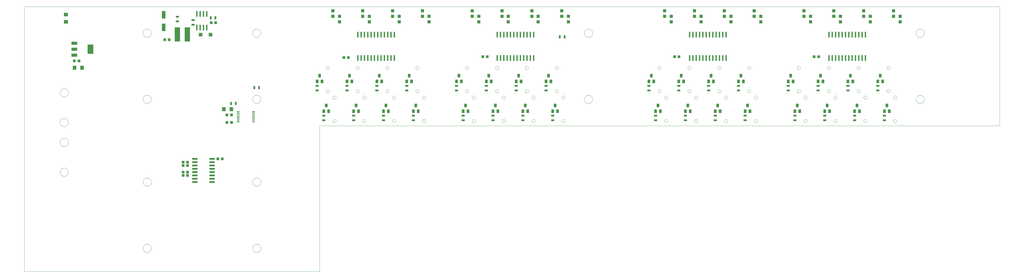
<source format=gtp>
G75*
G70*
%OFA0B0*%
%FSLAX24Y24*%
%IPPOS*%
%LPD*%
%AMOC8*
5,1,8,0,0,1.08239X$1,22.5*
%
%ADD10C,0.0000*%
%ADD11R,0.0390X0.0120*%
%ADD12R,0.0433X0.0394*%
%ADD13R,0.0551X0.0630*%
%ADD14R,0.0315X0.0472*%
%ADD15R,0.0880X0.0480*%
%ADD16R,0.0866X0.1417*%
%ADD17R,0.0236X0.0866*%
%ADD18R,0.0394X0.0551*%
%ADD19R,0.0472X0.0315*%
%ADD20R,0.0472X0.0472*%
%ADD21R,0.0800X0.0260*%
%ADD22R,0.0630X0.0551*%
%ADD23R,0.0240X0.0870*%
%ADD24R,0.0846X0.2165*%
%ADD25R,0.0551X0.0551*%
%ADD26R,0.0551X0.1181*%
D10*
X001693Y000151D02*
X001693Y040151D01*
X148693Y040151D01*
X148693Y022151D01*
X046193Y022151D01*
X046193Y000151D01*
X001693Y000151D01*
X019568Y003651D02*
X019570Y003701D01*
X019576Y003750D01*
X019586Y003799D01*
X019599Y003846D01*
X019617Y003893D01*
X019638Y003938D01*
X019662Y003981D01*
X019690Y004022D01*
X019721Y004061D01*
X019755Y004097D01*
X019792Y004131D01*
X019832Y004161D01*
X019873Y004188D01*
X019917Y004212D01*
X019962Y004232D01*
X020009Y004248D01*
X020057Y004261D01*
X020106Y004270D01*
X020156Y004275D01*
X020205Y004276D01*
X020255Y004273D01*
X020304Y004266D01*
X020353Y004255D01*
X020400Y004241D01*
X020446Y004222D01*
X020491Y004200D01*
X020534Y004175D01*
X020574Y004146D01*
X020612Y004114D01*
X020648Y004080D01*
X020681Y004042D01*
X020710Y004002D01*
X020736Y003960D01*
X020759Y003916D01*
X020778Y003870D01*
X020794Y003823D01*
X020806Y003774D01*
X020814Y003725D01*
X020818Y003676D01*
X020818Y003626D01*
X020814Y003577D01*
X020806Y003528D01*
X020794Y003479D01*
X020778Y003432D01*
X020759Y003386D01*
X020736Y003342D01*
X020710Y003300D01*
X020681Y003260D01*
X020648Y003222D01*
X020612Y003188D01*
X020574Y003156D01*
X020534Y003127D01*
X020491Y003102D01*
X020446Y003080D01*
X020400Y003061D01*
X020353Y003047D01*
X020304Y003036D01*
X020255Y003029D01*
X020205Y003026D01*
X020156Y003027D01*
X020106Y003032D01*
X020057Y003041D01*
X020009Y003054D01*
X019962Y003070D01*
X019917Y003090D01*
X019873Y003114D01*
X019832Y003141D01*
X019792Y003171D01*
X019755Y003205D01*
X019721Y003241D01*
X019690Y003280D01*
X019662Y003321D01*
X019638Y003364D01*
X019617Y003409D01*
X019599Y003456D01*
X019586Y003503D01*
X019576Y003552D01*
X019570Y003601D01*
X019568Y003651D01*
X036068Y003651D02*
X036070Y003701D01*
X036076Y003750D01*
X036086Y003799D01*
X036099Y003846D01*
X036117Y003893D01*
X036138Y003938D01*
X036162Y003981D01*
X036190Y004022D01*
X036221Y004061D01*
X036255Y004097D01*
X036292Y004131D01*
X036332Y004161D01*
X036373Y004188D01*
X036417Y004212D01*
X036462Y004232D01*
X036509Y004248D01*
X036557Y004261D01*
X036606Y004270D01*
X036656Y004275D01*
X036705Y004276D01*
X036755Y004273D01*
X036804Y004266D01*
X036853Y004255D01*
X036900Y004241D01*
X036946Y004222D01*
X036991Y004200D01*
X037034Y004175D01*
X037074Y004146D01*
X037112Y004114D01*
X037148Y004080D01*
X037181Y004042D01*
X037210Y004002D01*
X037236Y003960D01*
X037259Y003916D01*
X037278Y003870D01*
X037294Y003823D01*
X037306Y003774D01*
X037314Y003725D01*
X037318Y003676D01*
X037318Y003626D01*
X037314Y003577D01*
X037306Y003528D01*
X037294Y003479D01*
X037278Y003432D01*
X037259Y003386D01*
X037236Y003342D01*
X037210Y003300D01*
X037181Y003260D01*
X037148Y003222D01*
X037112Y003188D01*
X037074Y003156D01*
X037034Y003127D01*
X036991Y003102D01*
X036946Y003080D01*
X036900Y003061D01*
X036853Y003047D01*
X036804Y003036D01*
X036755Y003029D01*
X036705Y003026D01*
X036656Y003027D01*
X036606Y003032D01*
X036557Y003041D01*
X036509Y003054D01*
X036462Y003070D01*
X036417Y003090D01*
X036373Y003114D01*
X036332Y003141D01*
X036292Y003171D01*
X036255Y003205D01*
X036221Y003241D01*
X036190Y003280D01*
X036162Y003321D01*
X036138Y003364D01*
X036117Y003409D01*
X036099Y003456D01*
X036086Y003503D01*
X036076Y003552D01*
X036070Y003601D01*
X036068Y003651D01*
X036068Y013651D02*
X036070Y013701D01*
X036076Y013750D01*
X036086Y013799D01*
X036099Y013846D01*
X036117Y013893D01*
X036138Y013938D01*
X036162Y013981D01*
X036190Y014022D01*
X036221Y014061D01*
X036255Y014097D01*
X036292Y014131D01*
X036332Y014161D01*
X036373Y014188D01*
X036417Y014212D01*
X036462Y014232D01*
X036509Y014248D01*
X036557Y014261D01*
X036606Y014270D01*
X036656Y014275D01*
X036705Y014276D01*
X036755Y014273D01*
X036804Y014266D01*
X036853Y014255D01*
X036900Y014241D01*
X036946Y014222D01*
X036991Y014200D01*
X037034Y014175D01*
X037074Y014146D01*
X037112Y014114D01*
X037148Y014080D01*
X037181Y014042D01*
X037210Y014002D01*
X037236Y013960D01*
X037259Y013916D01*
X037278Y013870D01*
X037294Y013823D01*
X037306Y013774D01*
X037314Y013725D01*
X037318Y013676D01*
X037318Y013626D01*
X037314Y013577D01*
X037306Y013528D01*
X037294Y013479D01*
X037278Y013432D01*
X037259Y013386D01*
X037236Y013342D01*
X037210Y013300D01*
X037181Y013260D01*
X037148Y013222D01*
X037112Y013188D01*
X037074Y013156D01*
X037034Y013127D01*
X036991Y013102D01*
X036946Y013080D01*
X036900Y013061D01*
X036853Y013047D01*
X036804Y013036D01*
X036755Y013029D01*
X036705Y013026D01*
X036656Y013027D01*
X036606Y013032D01*
X036557Y013041D01*
X036509Y013054D01*
X036462Y013070D01*
X036417Y013090D01*
X036373Y013114D01*
X036332Y013141D01*
X036292Y013171D01*
X036255Y013205D01*
X036221Y013241D01*
X036190Y013280D01*
X036162Y013321D01*
X036138Y013364D01*
X036117Y013409D01*
X036099Y013456D01*
X036086Y013503D01*
X036076Y013552D01*
X036070Y013601D01*
X036068Y013651D01*
X019568Y013651D02*
X019570Y013701D01*
X019576Y013750D01*
X019586Y013799D01*
X019599Y013846D01*
X019617Y013893D01*
X019638Y013938D01*
X019662Y013981D01*
X019690Y014022D01*
X019721Y014061D01*
X019755Y014097D01*
X019792Y014131D01*
X019832Y014161D01*
X019873Y014188D01*
X019917Y014212D01*
X019962Y014232D01*
X020009Y014248D01*
X020057Y014261D01*
X020106Y014270D01*
X020156Y014275D01*
X020205Y014276D01*
X020255Y014273D01*
X020304Y014266D01*
X020353Y014255D01*
X020400Y014241D01*
X020446Y014222D01*
X020491Y014200D01*
X020534Y014175D01*
X020574Y014146D01*
X020612Y014114D01*
X020648Y014080D01*
X020681Y014042D01*
X020710Y014002D01*
X020736Y013960D01*
X020759Y013916D01*
X020778Y013870D01*
X020794Y013823D01*
X020806Y013774D01*
X020814Y013725D01*
X020818Y013676D01*
X020818Y013626D01*
X020814Y013577D01*
X020806Y013528D01*
X020794Y013479D01*
X020778Y013432D01*
X020759Y013386D01*
X020736Y013342D01*
X020710Y013300D01*
X020681Y013260D01*
X020648Y013222D01*
X020612Y013188D01*
X020574Y013156D01*
X020534Y013127D01*
X020491Y013102D01*
X020446Y013080D01*
X020400Y013061D01*
X020353Y013047D01*
X020304Y013036D01*
X020255Y013029D01*
X020205Y013026D01*
X020156Y013027D01*
X020106Y013032D01*
X020057Y013041D01*
X020009Y013054D01*
X019962Y013070D01*
X019917Y013090D01*
X019873Y013114D01*
X019832Y013141D01*
X019792Y013171D01*
X019755Y013205D01*
X019721Y013241D01*
X019690Y013280D01*
X019662Y013321D01*
X019638Y013364D01*
X019617Y013409D01*
X019599Y013456D01*
X019586Y013503D01*
X019576Y013552D01*
X019570Y013601D01*
X019568Y013651D01*
X007063Y015151D02*
X007065Y015201D01*
X007071Y015251D01*
X007081Y015300D01*
X007095Y015348D01*
X007112Y015395D01*
X007133Y015440D01*
X007158Y015484D01*
X007186Y015525D01*
X007218Y015564D01*
X007252Y015601D01*
X007289Y015635D01*
X007329Y015665D01*
X007371Y015692D01*
X007415Y015716D01*
X007461Y015737D01*
X007508Y015753D01*
X007556Y015766D01*
X007606Y015775D01*
X007655Y015780D01*
X007706Y015781D01*
X007756Y015778D01*
X007805Y015771D01*
X007854Y015760D01*
X007902Y015745D01*
X007948Y015727D01*
X007993Y015705D01*
X008036Y015679D01*
X008077Y015650D01*
X008116Y015618D01*
X008152Y015583D01*
X008184Y015545D01*
X008214Y015505D01*
X008241Y015462D01*
X008264Y015418D01*
X008283Y015372D01*
X008299Y015324D01*
X008311Y015275D01*
X008319Y015226D01*
X008323Y015176D01*
X008323Y015126D01*
X008319Y015076D01*
X008311Y015027D01*
X008299Y014978D01*
X008283Y014930D01*
X008264Y014884D01*
X008241Y014840D01*
X008214Y014797D01*
X008184Y014757D01*
X008152Y014719D01*
X008116Y014684D01*
X008077Y014652D01*
X008036Y014623D01*
X007993Y014597D01*
X007948Y014575D01*
X007902Y014557D01*
X007854Y014542D01*
X007805Y014531D01*
X007756Y014524D01*
X007706Y014521D01*
X007655Y014522D01*
X007606Y014527D01*
X007556Y014536D01*
X007508Y014549D01*
X007461Y014565D01*
X007415Y014586D01*
X007371Y014610D01*
X007329Y014637D01*
X007289Y014667D01*
X007252Y014701D01*
X007218Y014738D01*
X007186Y014777D01*
X007158Y014818D01*
X007133Y014862D01*
X007112Y014907D01*
X007095Y014954D01*
X007081Y015002D01*
X007071Y015051D01*
X007065Y015101D01*
X007063Y015151D01*
X007063Y019651D02*
X007065Y019701D01*
X007071Y019751D01*
X007081Y019800D01*
X007095Y019848D01*
X007112Y019895D01*
X007133Y019940D01*
X007158Y019984D01*
X007186Y020025D01*
X007218Y020064D01*
X007252Y020101D01*
X007289Y020135D01*
X007329Y020165D01*
X007371Y020192D01*
X007415Y020216D01*
X007461Y020237D01*
X007508Y020253D01*
X007556Y020266D01*
X007606Y020275D01*
X007655Y020280D01*
X007706Y020281D01*
X007756Y020278D01*
X007805Y020271D01*
X007854Y020260D01*
X007902Y020245D01*
X007948Y020227D01*
X007993Y020205D01*
X008036Y020179D01*
X008077Y020150D01*
X008116Y020118D01*
X008152Y020083D01*
X008184Y020045D01*
X008214Y020005D01*
X008241Y019962D01*
X008264Y019918D01*
X008283Y019872D01*
X008299Y019824D01*
X008311Y019775D01*
X008319Y019726D01*
X008323Y019676D01*
X008323Y019626D01*
X008319Y019576D01*
X008311Y019527D01*
X008299Y019478D01*
X008283Y019430D01*
X008264Y019384D01*
X008241Y019340D01*
X008214Y019297D01*
X008184Y019257D01*
X008152Y019219D01*
X008116Y019184D01*
X008077Y019152D01*
X008036Y019123D01*
X007993Y019097D01*
X007948Y019075D01*
X007902Y019057D01*
X007854Y019042D01*
X007805Y019031D01*
X007756Y019024D01*
X007706Y019021D01*
X007655Y019022D01*
X007606Y019027D01*
X007556Y019036D01*
X007508Y019049D01*
X007461Y019065D01*
X007415Y019086D01*
X007371Y019110D01*
X007329Y019137D01*
X007289Y019167D01*
X007252Y019201D01*
X007218Y019238D01*
X007186Y019277D01*
X007158Y019318D01*
X007133Y019362D01*
X007112Y019407D01*
X007095Y019454D01*
X007081Y019502D01*
X007071Y019551D01*
X007065Y019601D01*
X007063Y019651D01*
X007063Y022651D02*
X007065Y022701D01*
X007071Y022751D01*
X007081Y022800D01*
X007095Y022848D01*
X007112Y022895D01*
X007133Y022940D01*
X007158Y022984D01*
X007186Y023025D01*
X007218Y023064D01*
X007252Y023101D01*
X007289Y023135D01*
X007329Y023165D01*
X007371Y023192D01*
X007415Y023216D01*
X007461Y023237D01*
X007508Y023253D01*
X007556Y023266D01*
X007606Y023275D01*
X007655Y023280D01*
X007706Y023281D01*
X007756Y023278D01*
X007805Y023271D01*
X007854Y023260D01*
X007902Y023245D01*
X007948Y023227D01*
X007993Y023205D01*
X008036Y023179D01*
X008077Y023150D01*
X008116Y023118D01*
X008152Y023083D01*
X008184Y023045D01*
X008214Y023005D01*
X008241Y022962D01*
X008264Y022918D01*
X008283Y022872D01*
X008299Y022824D01*
X008311Y022775D01*
X008319Y022726D01*
X008323Y022676D01*
X008323Y022626D01*
X008319Y022576D01*
X008311Y022527D01*
X008299Y022478D01*
X008283Y022430D01*
X008264Y022384D01*
X008241Y022340D01*
X008214Y022297D01*
X008184Y022257D01*
X008152Y022219D01*
X008116Y022184D01*
X008077Y022152D01*
X008036Y022123D01*
X007993Y022097D01*
X007948Y022075D01*
X007902Y022057D01*
X007854Y022042D01*
X007805Y022031D01*
X007756Y022024D01*
X007706Y022021D01*
X007655Y022022D01*
X007606Y022027D01*
X007556Y022036D01*
X007508Y022049D01*
X007461Y022065D01*
X007415Y022086D01*
X007371Y022110D01*
X007329Y022137D01*
X007289Y022167D01*
X007252Y022201D01*
X007218Y022238D01*
X007186Y022277D01*
X007158Y022318D01*
X007133Y022362D01*
X007112Y022407D01*
X007095Y022454D01*
X007081Y022502D01*
X007071Y022551D01*
X007065Y022601D01*
X007063Y022651D01*
X019568Y026151D02*
X019570Y026201D01*
X019576Y026250D01*
X019586Y026299D01*
X019599Y026346D01*
X019617Y026393D01*
X019638Y026438D01*
X019662Y026481D01*
X019690Y026522D01*
X019721Y026561D01*
X019755Y026597D01*
X019792Y026631D01*
X019832Y026661D01*
X019873Y026688D01*
X019917Y026712D01*
X019962Y026732D01*
X020009Y026748D01*
X020057Y026761D01*
X020106Y026770D01*
X020156Y026775D01*
X020205Y026776D01*
X020255Y026773D01*
X020304Y026766D01*
X020353Y026755D01*
X020400Y026741D01*
X020446Y026722D01*
X020491Y026700D01*
X020534Y026675D01*
X020574Y026646D01*
X020612Y026614D01*
X020648Y026580D01*
X020681Y026542D01*
X020710Y026502D01*
X020736Y026460D01*
X020759Y026416D01*
X020778Y026370D01*
X020794Y026323D01*
X020806Y026274D01*
X020814Y026225D01*
X020818Y026176D01*
X020818Y026126D01*
X020814Y026077D01*
X020806Y026028D01*
X020794Y025979D01*
X020778Y025932D01*
X020759Y025886D01*
X020736Y025842D01*
X020710Y025800D01*
X020681Y025760D01*
X020648Y025722D01*
X020612Y025688D01*
X020574Y025656D01*
X020534Y025627D01*
X020491Y025602D01*
X020446Y025580D01*
X020400Y025561D01*
X020353Y025547D01*
X020304Y025536D01*
X020255Y025529D01*
X020205Y025526D01*
X020156Y025527D01*
X020106Y025532D01*
X020057Y025541D01*
X020009Y025554D01*
X019962Y025570D01*
X019917Y025590D01*
X019873Y025614D01*
X019832Y025641D01*
X019792Y025671D01*
X019755Y025705D01*
X019721Y025741D01*
X019690Y025780D01*
X019662Y025821D01*
X019638Y025864D01*
X019617Y025909D01*
X019599Y025956D01*
X019586Y026003D01*
X019576Y026052D01*
X019570Y026101D01*
X019568Y026151D01*
X007063Y027151D02*
X007065Y027201D01*
X007071Y027251D01*
X007081Y027300D01*
X007095Y027348D01*
X007112Y027395D01*
X007133Y027440D01*
X007158Y027484D01*
X007186Y027525D01*
X007218Y027564D01*
X007252Y027601D01*
X007289Y027635D01*
X007329Y027665D01*
X007371Y027692D01*
X007415Y027716D01*
X007461Y027737D01*
X007508Y027753D01*
X007556Y027766D01*
X007606Y027775D01*
X007655Y027780D01*
X007706Y027781D01*
X007756Y027778D01*
X007805Y027771D01*
X007854Y027760D01*
X007902Y027745D01*
X007948Y027727D01*
X007993Y027705D01*
X008036Y027679D01*
X008077Y027650D01*
X008116Y027618D01*
X008152Y027583D01*
X008184Y027545D01*
X008214Y027505D01*
X008241Y027462D01*
X008264Y027418D01*
X008283Y027372D01*
X008299Y027324D01*
X008311Y027275D01*
X008319Y027226D01*
X008323Y027176D01*
X008323Y027126D01*
X008319Y027076D01*
X008311Y027027D01*
X008299Y026978D01*
X008283Y026930D01*
X008264Y026884D01*
X008241Y026840D01*
X008214Y026797D01*
X008184Y026757D01*
X008152Y026719D01*
X008116Y026684D01*
X008077Y026652D01*
X008036Y026623D01*
X007993Y026597D01*
X007948Y026575D01*
X007902Y026557D01*
X007854Y026542D01*
X007805Y026531D01*
X007756Y026524D01*
X007706Y026521D01*
X007655Y026522D01*
X007606Y026527D01*
X007556Y026536D01*
X007508Y026549D01*
X007461Y026565D01*
X007415Y026586D01*
X007371Y026610D01*
X007329Y026637D01*
X007289Y026667D01*
X007252Y026701D01*
X007218Y026738D01*
X007186Y026777D01*
X007158Y026818D01*
X007133Y026862D01*
X007112Y026907D01*
X007095Y026954D01*
X007081Y027002D01*
X007071Y027051D01*
X007065Y027101D01*
X007063Y027151D01*
X036068Y026151D02*
X036070Y026201D01*
X036076Y026250D01*
X036086Y026299D01*
X036099Y026346D01*
X036117Y026393D01*
X036138Y026438D01*
X036162Y026481D01*
X036190Y026522D01*
X036221Y026561D01*
X036255Y026597D01*
X036292Y026631D01*
X036332Y026661D01*
X036373Y026688D01*
X036417Y026712D01*
X036462Y026732D01*
X036509Y026748D01*
X036557Y026761D01*
X036606Y026770D01*
X036656Y026775D01*
X036705Y026776D01*
X036755Y026773D01*
X036804Y026766D01*
X036853Y026755D01*
X036900Y026741D01*
X036946Y026722D01*
X036991Y026700D01*
X037034Y026675D01*
X037074Y026646D01*
X037112Y026614D01*
X037148Y026580D01*
X037181Y026542D01*
X037210Y026502D01*
X037236Y026460D01*
X037259Y026416D01*
X037278Y026370D01*
X037294Y026323D01*
X037306Y026274D01*
X037314Y026225D01*
X037318Y026176D01*
X037318Y026126D01*
X037314Y026077D01*
X037306Y026028D01*
X037294Y025979D01*
X037278Y025932D01*
X037259Y025886D01*
X037236Y025842D01*
X037210Y025800D01*
X037181Y025760D01*
X037148Y025722D01*
X037112Y025688D01*
X037074Y025656D01*
X037034Y025627D01*
X036991Y025602D01*
X036946Y025580D01*
X036900Y025561D01*
X036853Y025547D01*
X036804Y025536D01*
X036755Y025529D01*
X036705Y025526D01*
X036656Y025527D01*
X036606Y025532D01*
X036557Y025541D01*
X036509Y025554D01*
X036462Y025570D01*
X036417Y025590D01*
X036373Y025614D01*
X036332Y025641D01*
X036292Y025671D01*
X036255Y025705D01*
X036221Y025741D01*
X036190Y025780D01*
X036162Y025821D01*
X036138Y025864D01*
X036117Y025909D01*
X036099Y025956D01*
X036086Y026003D01*
X036076Y026052D01*
X036070Y026101D01*
X036068Y026151D01*
X047172Y027380D02*
X047174Y027411D01*
X047180Y027442D01*
X047190Y027472D01*
X047203Y027500D01*
X047220Y027527D01*
X047240Y027551D01*
X047263Y027573D01*
X047288Y027591D01*
X047316Y027606D01*
X047345Y027618D01*
X047375Y027626D01*
X047406Y027630D01*
X047438Y027630D01*
X047469Y027626D01*
X047499Y027618D01*
X047528Y027606D01*
X047556Y027591D01*
X047581Y027573D01*
X047604Y027551D01*
X047624Y027527D01*
X047641Y027500D01*
X047654Y027472D01*
X047664Y027442D01*
X047670Y027411D01*
X047672Y027380D01*
X047670Y027349D01*
X047664Y027318D01*
X047654Y027288D01*
X047641Y027260D01*
X047624Y027233D01*
X047604Y027209D01*
X047581Y027187D01*
X047556Y027169D01*
X047528Y027154D01*
X047499Y027142D01*
X047469Y027134D01*
X047438Y027130D01*
X047406Y027130D01*
X047375Y027134D01*
X047345Y027142D01*
X047316Y027154D01*
X047288Y027169D01*
X047263Y027187D01*
X047240Y027209D01*
X047220Y027233D01*
X047203Y027260D01*
X047190Y027288D01*
X047180Y027318D01*
X047174Y027349D01*
X047172Y027380D01*
X048172Y026423D02*
X048174Y026454D01*
X048180Y026485D01*
X048190Y026515D01*
X048203Y026543D01*
X048220Y026570D01*
X048240Y026594D01*
X048263Y026616D01*
X048288Y026634D01*
X048316Y026649D01*
X048345Y026661D01*
X048375Y026669D01*
X048406Y026673D01*
X048438Y026673D01*
X048469Y026669D01*
X048499Y026661D01*
X048528Y026649D01*
X048556Y026634D01*
X048581Y026616D01*
X048604Y026594D01*
X048624Y026570D01*
X048641Y026543D01*
X048654Y026515D01*
X048664Y026485D01*
X048670Y026454D01*
X048672Y026423D01*
X048670Y026392D01*
X048664Y026361D01*
X048654Y026331D01*
X048641Y026303D01*
X048624Y026276D01*
X048604Y026252D01*
X048581Y026230D01*
X048556Y026212D01*
X048528Y026197D01*
X048499Y026185D01*
X048469Y026177D01*
X048438Y026173D01*
X048406Y026173D01*
X048375Y026177D01*
X048345Y026185D01*
X048316Y026197D01*
X048288Y026212D01*
X048263Y026230D01*
X048240Y026252D01*
X048220Y026276D01*
X048203Y026303D01*
X048190Y026331D01*
X048180Y026361D01*
X048174Y026392D01*
X048172Y026423D01*
X051672Y027380D02*
X051674Y027411D01*
X051680Y027442D01*
X051690Y027472D01*
X051703Y027500D01*
X051720Y027527D01*
X051740Y027551D01*
X051763Y027573D01*
X051788Y027591D01*
X051816Y027606D01*
X051845Y027618D01*
X051875Y027626D01*
X051906Y027630D01*
X051938Y027630D01*
X051969Y027626D01*
X051999Y027618D01*
X052028Y027606D01*
X052056Y027591D01*
X052081Y027573D01*
X052104Y027551D01*
X052124Y027527D01*
X052141Y027500D01*
X052154Y027472D01*
X052164Y027442D01*
X052170Y027411D01*
X052172Y027380D01*
X052170Y027349D01*
X052164Y027318D01*
X052154Y027288D01*
X052141Y027260D01*
X052124Y027233D01*
X052104Y027209D01*
X052081Y027187D01*
X052056Y027169D01*
X052028Y027154D01*
X051999Y027142D01*
X051969Y027134D01*
X051938Y027130D01*
X051906Y027130D01*
X051875Y027134D01*
X051845Y027142D01*
X051816Y027154D01*
X051788Y027169D01*
X051763Y027187D01*
X051740Y027209D01*
X051720Y027233D01*
X051703Y027260D01*
X051690Y027288D01*
X051680Y027318D01*
X051674Y027349D01*
X051672Y027380D01*
X052672Y026423D02*
X052674Y026454D01*
X052680Y026485D01*
X052690Y026515D01*
X052703Y026543D01*
X052720Y026570D01*
X052740Y026594D01*
X052763Y026616D01*
X052788Y026634D01*
X052816Y026649D01*
X052845Y026661D01*
X052875Y026669D01*
X052906Y026673D01*
X052938Y026673D01*
X052969Y026669D01*
X052999Y026661D01*
X053028Y026649D01*
X053056Y026634D01*
X053081Y026616D01*
X053104Y026594D01*
X053124Y026570D01*
X053141Y026543D01*
X053154Y026515D01*
X053164Y026485D01*
X053170Y026454D01*
X053172Y026423D01*
X053170Y026392D01*
X053164Y026361D01*
X053154Y026331D01*
X053141Y026303D01*
X053124Y026276D01*
X053104Y026252D01*
X053081Y026230D01*
X053056Y026212D01*
X053028Y026197D01*
X052999Y026185D01*
X052969Y026177D01*
X052938Y026173D01*
X052906Y026173D01*
X052875Y026177D01*
X052845Y026185D01*
X052816Y026197D01*
X052788Y026212D01*
X052763Y026230D01*
X052740Y026252D01*
X052720Y026276D01*
X052703Y026303D01*
X052690Y026331D01*
X052680Y026361D01*
X052674Y026392D01*
X052672Y026423D01*
X056172Y027380D02*
X056174Y027411D01*
X056180Y027442D01*
X056190Y027472D01*
X056203Y027500D01*
X056220Y027527D01*
X056240Y027551D01*
X056263Y027573D01*
X056288Y027591D01*
X056316Y027606D01*
X056345Y027618D01*
X056375Y027626D01*
X056406Y027630D01*
X056438Y027630D01*
X056469Y027626D01*
X056499Y027618D01*
X056528Y027606D01*
X056556Y027591D01*
X056581Y027573D01*
X056604Y027551D01*
X056624Y027527D01*
X056641Y027500D01*
X056654Y027472D01*
X056664Y027442D01*
X056670Y027411D01*
X056672Y027380D01*
X056670Y027349D01*
X056664Y027318D01*
X056654Y027288D01*
X056641Y027260D01*
X056624Y027233D01*
X056604Y027209D01*
X056581Y027187D01*
X056556Y027169D01*
X056528Y027154D01*
X056499Y027142D01*
X056469Y027134D01*
X056438Y027130D01*
X056406Y027130D01*
X056375Y027134D01*
X056345Y027142D01*
X056316Y027154D01*
X056288Y027169D01*
X056263Y027187D01*
X056240Y027209D01*
X056220Y027233D01*
X056203Y027260D01*
X056190Y027288D01*
X056180Y027318D01*
X056174Y027349D01*
X056172Y027380D01*
X057172Y026423D02*
X057174Y026454D01*
X057180Y026485D01*
X057190Y026515D01*
X057203Y026543D01*
X057220Y026570D01*
X057240Y026594D01*
X057263Y026616D01*
X057288Y026634D01*
X057316Y026649D01*
X057345Y026661D01*
X057375Y026669D01*
X057406Y026673D01*
X057438Y026673D01*
X057469Y026669D01*
X057499Y026661D01*
X057528Y026649D01*
X057556Y026634D01*
X057581Y026616D01*
X057604Y026594D01*
X057624Y026570D01*
X057641Y026543D01*
X057654Y026515D01*
X057664Y026485D01*
X057670Y026454D01*
X057672Y026423D01*
X057670Y026392D01*
X057664Y026361D01*
X057654Y026331D01*
X057641Y026303D01*
X057624Y026276D01*
X057604Y026252D01*
X057581Y026230D01*
X057556Y026212D01*
X057528Y026197D01*
X057499Y026185D01*
X057469Y026177D01*
X057438Y026173D01*
X057406Y026173D01*
X057375Y026177D01*
X057345Y026185D01*
X057316Y026197D01*
X057288Y026212D01*
X057263Y026230D01*
X057240Y026252D01*
X057220Y026276D01*
X057203Y026303D01*
X057190Y026331D01*
X057180Y026361D01*
X057174Y026392D01*
X057172Y026423D01*
X060672Y027380D02*
X060674Y027411D01*
X060680Y027442D01*
X060690Y027472D01*
X060703Y027500D01*
X060720Y027527D01*
X060740Y027551D01*
X060763Y027573D01*
X060788Y027591D01*
X060816Y027606D01*
X060845Y027618D01*
X060875Y027626D01*
X060906Y027630D01*
X060938Y027630D01*
X060969Y027626D01*
X060999Y027618D01*
X061028Y027606D01*
X061056Y027591D01*
X061081Y027573D01*
X061104Y027551D01*
X061124Y027527D01*
X061141Y027500D01*
X061154Y027472D01*
X061164Y027442D01*
X061170Y027411D01*
X061172Y027380D01*
X061170Y027349D01*
X061164Y027318D01*
X061154Y027288D01*
X061141Y027260D01*
X061124Y027233D01*
X061104Y027209D01*
X061081Y027187D01*
X061056Y027169D01*
X061028Y027154D01*
X060999Y027142D01*
X060969Y027134D01*
X060938Y027130D01*
X060906Y027130D01*
X060875Y027134D01*
X060845Y027142D01*
X060816Y027154D01*
X060788Y027169D01*
X060763Y027187D01*
X060740Y027209D01*
X060720Y027233D01*
X060703Y027260D01*
X060690Y027288D01*
X060680Y027318D01*
X060674Y027349D01*
X060672Y027380D01*
X061672Y026423D02*
X061674Y026454D01*
X061680Y026485D01*
X061690Y026515D01*
X061703Y026543D01*
X061720Y026570D01*
X061740Y026594D01*
X061763Y026616D01*
X061788Y026634D01*
X061816Y026649D01*
X061845Y026661D01*
X061875Y026669D01*
X061906Y026673D01*
X061938Y026673D01*
X061969Y026669D01*
X061999Y026661D01*
X062028Y026649D01*
X062056Y026634D01*
X062081Y026616D01*
X062104Y026594D01*
X062124Y026570D01*
X062141Y026543D01*
X062154Y026515D01*
X062164Y026485D01*
X062170Y026454D01*
X062172Y026423D01*
X062170Y026392D01*
X062164Y026361D01*
X062154Y026331D01*
X062141Y026303D01*
X062124Y026276D01*
X062104Y026252D01*
X062081Y026230D01*
X062056Y026212D01*
X062028Y026197D01*
X061999Y026185D01*
X061969Y026177D01*
X061938Y026173D01*
X061906Y026173D01*
X061875Y026177D01*
X061845Y026185D01*
X061816Y026197D01*
X061788Y026212D01*
X061763Y026230D01*
X061740Y026252D01*
X061720Y026276D01*
X061703Y026303D01*
X061690Y026331D01*
X061680Y026361D01*
X061674Y026392D01*
X061672Y026423D01*
X068172Y027380D02*
X068174Y027411D01*
X068180Y027442D01*
X068190Y027472D01*
X068203Y027500D01*
X068220Y027527D01*
X068240Y027551D01*
X068263Y027573D01*
X068288Y027591D01*
X068316Y027606D01*
X068345Y027618D01*
X068375Y027626D01*
X068406Y027630D01*
X068438Y027630D01*
X068469Y027626D01*
X068499Y027618D01*
X068528Y027606D01*
X068556Y027591D01*
X068581Y027573D01*
X068604Y027551D01*
X068624Y027527D01*
X068641Y027500D01*
X068654Y027472D01*
X068664Y027442D01*
X068670Y027411D01*
X068672Y027380D01*
X068670Y027349D01*
X068664Y027318D01*
X068654Y027288D01*
X068641Y027260D01*
X068624Y027233D01*
X068604Y027209D01*
X068581Y027187D01*
X068556Y027169D01*
X068528Y027154D01*
X068499Y027142D01*
X068469Y027134D01*
X068438Y027130D01*
X068406Y027130D01*
X068375Y027134D01*
X068345Y027142D01*
X068316Y027154D01*
X068288Y027169D01*
X068263Y027187D01*
X068240Y027209D01*
X068220Y027233D01*
X068203Y027260D01*
X068190Y027288D01*
X068180Y027318D01*
X068174Y027349D01*
X068172Y027380D01*
X069172Y026423D02*
X069174Y026454D01*
X069180Y026485D01*
X069190Y026515D01*
X069203Y026543D01*
X069220Y026570D01*
X069240Y026594D01*
X069263Y026616D01*
X069288Y026634D01*
X069316Y026649D01*
X069345Y026661D01*
X069375Y026669D01*
X069406Y026673D01*
X069438Y026673D01*
X069469Y026669D01*
X069499Y026661D01*
X069528Y026649D01*
X069556Y026634D01*
X069581Y026616D01*
X069604Y026594D01*
X069624Y026570D01*
X069641Y026543D01*
X069654Y026515D01*
X069664Y026485D01*
X069670Y026454D01*
X069672Y026423D01*
X069670Y026392D01*
X069664Y026361D01*
X069654Y026331D01*
X069641Y026303D01*
X069624Y026276D01*
X069604Y026252D01*
X069581Y026230D01*
X069556Y026212D01*
X069528Y026197D01*
X069499Y026185D01*
X069469Y026177D01*
X069438Y026173D01*
X069406Y026173D01*
X069375Y026177D01*
X069345Y026185D01*
X069316Y026197D01*
X069288Y026212D01*
X069263Y026230D01*
X069240Y026252D01*
X069220Y026276D01*
X069203Y026303D01*
X069190Y026331D01*
X069180Y026361D01*
X069174Y026392D01*
X069172Y026423D01*
X072672Y027380D02*
X072674Y027411D01*
X072680Y027442D01*
X072690Y027472D01*
X072703Y027500D01*
X072720Y027527D01*
X072740Y027551D01*
X072763Y027573D01*
X072788Y027591D01*
X072816Y027606D01*
X072845Y027618D01*
X072875Y027626D01*
X072906Y027630D01*
X072938Y027630D01*
X072969Y027626D01*
X072999Y027618D01*
X073028Y027606D01*
X073056Y027591D01*
X073081Y027573D01*
X073104Y027551D01*
X073124Y027527D01*
X073141Y027500D01*
X073154Y027472D01*
X073164Y027442D01*
X073170Y027411D01*
X073172Y027380D01*
X073170Y027349D01*
X073164Y027318D01*
X073154Y027288D01*
X073141Y027260D01*
X073124Y027233D01*
X073104Y027209D01*
X073081Y027187D01*
X073056Y027169D01*
X073028Y027154D01*
X072999Y027142D01*
X072969Y027134D01*
X072938Y027130D01*
X072906Y027130D01*
X072875Y027134D01*
X072845Y027142D01*
X072816Y027154D01*
X072788Y027169D01*
X072763Y027187D01*
X072740Y027209D01*
X072720Y027233D01*
X072703Y027260D01*
X072690Y027288D01*
X072680Y027318D01*
X072674Y027349D01*
X072672Y027380D01*
X073672Y026423D02*
X073674Y026454D01*
X073680Y026485D01*
X073690Y026515D01*
X073703Y026543D01*
X073720Y026570D01*
X073740Y026594D01*
X073763Y026616D01*
X073788Y026634D01*
X073816Y026649D01*
X073845Y026661D01*
X073875Y026669D01*
X073906Y026673D01*
X073938Y026673D01*
X073969Y026669D01*
X073999Y026661D01*
X074028Y026649D01*
X074056Y026634D01*
X074081Y026616D01*
X074104Y026594D01*
X074124Y026570D01*
X074141Y026543D01*
X074154Y026515D01*
X074164Y026485D01*
X074170Y026454D01*
X074172Y026423D01*
X074170Y026392D01*
X074164Y026361D01*
X074154Y026331D01*
X074141Y026303D01*
X074124Y026276D01*
X074104Y026252D01*
X074081Y026230D01*
X074056Y026212D01*
X074028Y026197D01*
X073999Y026185D01*
X073969Y026177D01*
X073938Y026173D01*
X073906Y026173D01*
X073875Y026177D01*
X073845Y026185D01*
X073816Y026197D01*
X073788Y026212D01*
X073763Y026230D01*
X073740Y026252D01*
X073720Y026276D01*
X073703Y026303D01*
X073690Y026331D01*
X073680Y026361D01*
X073674Y026392D01*
X073672Y026423D01*
X077172Y027380D02*
X077174Y027411D01*
X077180Y027442D01*
X077190Y027472D01*
X077203Y027500D01*
X077220Y027527D01*
X077240Y027551D01*
X077263Y027573D01*
X077288Y027591D01*
X077316Y027606D01*
X077345Y027618D01*
X077375Y027626D01*
X077406Y027630D01*
X077438Y027630D01*
X077469Y027626D01*
X077499Y027618D01*
X077528Y027606D01*
X077556Y027591D01*
X077581Y027573D01*
X077604Y027551D01*
X077624Y027527D01*
X077641Y027500D01*
X077654Y027472D01*
X077664Y027442D01*
X077670Y027411D01*
X077672Y027380D01*
X077670Y027349D01*
X077664Y027318D01*
X077654Y027288D01*
X077641Y027260D01*
X077624Y027233D01*
X077604Y027209D01*
X077581Y027187D01*
X077556Y027169D01*
X077528Y027154D01*
X077499Y027142D01*
X077469Y027134D01*
X077438Y027130D01*
X077406Y027130D01*
X077375Y027134D01*
X077345Y027142D01*
X077316Y027154D01*
X077288Y027169D01*
X077263Y027187D01*
X077240Y027209D01*
X077220Y027233D01*
X077203Y027260D01*
X077190Y027288D01*
X077180Y027318D01*
X077174Y027349D01*
X077172Y027380D01*
X078172Y026423D02*
X078174Y026454D01*
X078180Y026485D01*
X078190Y026515D01*
X078203Y026543D01*
X078220Y026570D01*
X078240Y026594D01*
X078263Y026616D01*
X078288Y026634D01*
X078316Y026649D01*
X078345Y026661D01*
X078375Y026669D01*
X078406Y026673D01*
X078438Y026673D01*
X078469Y026669D01*
X078499Y026661D01*
X078528Y026649D01*
X078556Y026634D01*
X078581Y026616D01*
X078604Y026594D01*
X078624Y026570D01*
X078641Y026543D01*
X078654Y026515D01*
X078664Y026485D01*
X078670Y026454D01*
X078672Y026423D01*
X078670Y026392D01*
X078664Y026361D01*
X078654Y026331D01*
X078641Y026303D01*
X078624Y026276D01*
X078604Y026252D01*
X078581Y026230D01*
X078556Y026212D01*
X078528Y026197D01*
X078499Y026185D01*
X078469Y026177D01*
X078438Y026173D01*
X078406Y026173D01*
X078375Y026177D01*
X078345Y026185D01*
X078316Y026197D01*
X078288Y026212D01*
X078263Y026230D01*
X078240Y026252D01*
X078220Y026276D01*
X078203Y026303D01*
X078190Y026331D01*
X078180Y026361D01*
X078174Y026392D01*
X078172Y026423D01*
X081672Y027380D02*
X081674Y027411D01*
X081680Y027442D01*
X081690Y027472D01*
X081703Y027500D01*
X081720Y027527D01*
X081740Y027551D01*
X081763Y027573D01*
X081788Y027591D01*
X081816Y027606D01*
X081845Y027618D01*
X081875Y027626D01*
X081906Y027630D01*
X081938Y027630D01*
X081969Y027626D01*
X081999Y027618D01*
X082028Y027606D01*
X082056Y027591D01*
X082081Y027573D01*
X082104Y027551D01*
X082124Y027527D01*
X082141Y027500D01*
X082154Y027472D01*
X082164Y027442D01*
X082170Y027411D01*
X082172Y027380D01*
X082170Y027349D01*
X082164Y027318D01*
X082154Y027288D01*
X082141Y027260D01*
X082124Y027233D01*
X082104Y027209D01*
X082081Y027187D01*
X082056Y027169D01*
X082028Y027154D01*
X081999Y027142D01*
X081969Y027134D01*
X081938Y027130D01*
X081906Y027130D01*
X081875Y027134D01*
X081845Y027142D01*
X081816Y027154D01*
X081788Y027169D01*
X081763Y027187D01*
X081740Y027209D01*
X081720Y027233D01*
X081703Y027260D01*
X081690Y027288D01*
X081680Y027318D01*
X081674Y027349D01*
X081672Y027380D01*
X082672Y026423D02*
X082674Y026454D01*
X082680Y026485D01*
X082690Y026515D01*
X082703Y026543D01*
X082720Y026570D01*
X082740Y026594D01*
X082763Y026616D01*
X082788Y026634D01*
X082816Y026649D01*
X082845Y026661D01*
X082875Y026669D01*
X082906Y026673D01*
X082938Y026673D01*
X082969Y026669D01*
X082999Y026661D01*
X083028Y026649D01*
X083056Y026634D01*
X083081Y026616D01*
X083104Y026594D01*
X083124Y026570D01*
X083141Y026543D01*
X083154Y026515D01*
X083164Y026485D01*
X083170Y026454D01*
X083172Y026423D01*
X083170Y026392D01*
X083164Y026361D01*
X083154Y026331D01*
X083141Y026303D01*
X083124Y026276D01*
X083104Y026252D01*
X083081Y026230D01*
X083056Y026212D01*
X083028Y026197D01*
X082999Y026185D01*
X082969Y026177D01*
X082938Y026173D01*
X082906Y026173D01*
X082875Y026177D01*
X082845Y026185D01*
X082816Y026197D01*
X082788Y026212D01*
X082763Y026230D01*
X082740Y026252D01*
X082720Y026276D01*
X082703Y026303D01*
X082690Y026331D01*
X082680Y026361D01*
X082674Y026392D01*
X082672Y026423D01*
X086068Y026151D02*
X086070Y026201D01*
X086076Y026250D01*
X086086Y026299D01*
X086099Y026346D01*
X086117Y026393D01*
X086138Y026438D01*
X086162Y026481D01*
X086190Y026522D01*
X086221Y026561D01*
X086255Y026597D01*
X086292Y026631D01*
X086332Y026661D01*
X086373Y026688D01*
X086417Y026712D01*
X086462Y026732D01*
X086509Y026748D01*
X086557Y026761D01*
X086606Y026770D01*
X086656Y026775D01*
X086705Y026776D01*
X086755Y026773D01*
X086804Y026766D01*
X086853Y026755D01*
X086900Y026741D01*
X086946Y026722D01*
X086991Y026700D01*
X087034Y026675D01*
X087074Y026646D01*
X087112Y026614D01*
X087148Y026580D01*
X087181Y026542D01*
X087210Y026502D01*
X087236Y026460D01*
X087259Y026416D01*
X087278Y026370D01*
X087294Y026323D01*
X087306Y026274D01*
X087314Y026225D01*
X087318Y026176D01*
X087318Y026126D01*
X087314Y026077D01*
X087306Y026028D01*
X087294Y025979D01*
X087278Y025932D01*
X087259Y025886D01*
X087236Y025842D01*
X087210Y025800D01*
X087181Y025760D01*
X087148Y025722D01*
X087112Y025688D01*
X087074Y025656D01*
X087034Y025627D01*
X086991Y025602D01*
X086946Y025580D01*
X086900Y025561D01*
X086853Y025547D01*
X086804Y025536D01*
X086755Y025529D01*
X086705Y025526D01*
X086656Y025527D01*
X086606Y025532D01*
X086557Y025541D01*
X086509Y025554D01*
X086462Y025570D01*
X086417Y025590D01*
X086373Y025614D01*
X086332Y025641D01*
X086292Y025671D01*
X086255Y025705D01*
X086221Y025741D01*
X086190Y025780D01*
X086162Y025821D01*
X086138Y025864D01*
X086117Y025909D01*
X086099Y025956D01*
X086086Y026003D01*
X086076Y026052D01*
X086070Y026101D01*
X086068Y026151D01*
X082672Y022880D02*
X082674Y022911D01*
X082680Y022942D01*
X082690Y022972D01*
X082703Y023000D01*
X082720Y023027D01*
X082740Y023051D01*
X082763Y023073D01*
X082788Y023091D01*
X082816Y023106D01*
X082845Y023118D01*
X082875Y023126D01*
X082906Y023130D01*
X082938Y023130D01*
X082969Y023126D01*
X082999Y023118D01*
X083028Y023106D01*
X083056Y023091D01*
X083081Y023073D01*
X083104Y023051D01*
X083124Y023027D01*
X083141Y023000D01*
X083154Y022972D01*
X083164Y022942D01*
X083170Y022911D01*
X083172Y022880D01*
X083170Y022849D01*
X083164Y022818D01*
X083154Y022788D01*
X083141Y022760D01*
X083124Y022733D01*
X083104Y022709D01*
X083081Y022687D01*
X083056Y022669D01*
X083028Y022654D01*
X082999Y022642D01*
X082969Y022634D01*
X082938Y022630D01*
X082906Y022630D01*
X082875Y022634D01*
X082845Y022642D01*
X082816Y022654D01*
X082788Y022669D01*
X082763Y022687D01*
X082740Y022709D01*
X082720Y022733D01*
X082703Y022760D01*
X082690Y022788D01*
X082680Y022818D01*
X082674Y022849D01*
X082672Y022880D01*
X078172Y022880D02*
X078174Y022911D01*
X078180Y022942D01*
X078190Y022972D01*
X078203Y023000D01*
X078220Y023027D01*
X078240Y023051D01*
X078263Y023073D01*
X078288Y023091D01*
X078316Y023106D01*
X078345Y023118D01*
X078375Y023126D01*
X078406Y023130D01*
X078438Y023130D01*
X078469Y023126D01*
X078499Y023118D01*
X078528Y023106D01*
X078556Y023091D01*
X078581Y023073D01*
X078604Y023051D01*
X078624Y023027D01*
X078641Y023000D01*
X078654Y022972D01*
X078664Y022942D01*
X078670Y022911D01*
X078672Y022880D01*
X078670Y022849D01*
X078664Y022818D01*
X078654Y022788D01*
X078641Y022760D01*
X078624Y022733D01*
X078604Y022709D01*
X078581Y022687D01*
X078556Y022669D01*
X078528Y022654D01*
X078499Y022642D01*
X078469Y022634D01*
X078438Y022630D01*
X078406Y022630D01*
X078375Y022634D01*
X078345Y022642D01*
X078316Y022654D01*
X078288Y022669D01*
X078263Y022687D01*
X078240Y022709D01*
X078220Y022733D01*
X078203Y022760D01*
X078190Y022788D01*
X078180Y022818D01*
X078174Y022849D01*
X078172Y022880D01*
X073672Y022880D02*
X073674Y022911D01*
X073680Y022942D01*
X073690Y022972D01*
X073703Y023000D01*
X073720Y023027D01*
X073740Y023051D01*
X073763Y023073D01*
X073788Y023091D01*
X073816Y023106D01*
X073845Y023118D01*
X073875Y023126D01*
X073906Y023130D01*
X073938Y023130D01*
X073969Y023126D01*
X073999Y023118D01*
X074028Y023106D01*
X074056Y023091D01*
X074081Y023073D01*
X074104Y023051D01*
X074124Y023027D01*
X074141Y023000D01*
X074154Y022972D01*
X074164Y022942D01*
X074170Y022911D01*
X074172Y022880D01*
X074170Y022849D01*
X074164Y022818D01*
X074154Y022788D01*
X074141Y022760D01*
X074124Y022733D01*
X074104Y022709D01*
X074081Y022687D01*
X074056Y022669D01*
X074028Y022654D01*
X073999Y022642D01*
X073969Y022634D01*
X073938Y022630D01*
X073906Y022630D01*
X073875Y022634D01*
X073845Y022642D01*
X073816Y022654D01*
X073788Y022669D01*
X073763Y022687D01*
X073740Y022709D01*
X073720Y022733D01*
X073703Y022760D01*
X073690Y022788D01*
X073680Y022818D01*
X073674Y022849D01*
X073672Y022880D01*
X069172Y022880D02*
X069174Y022911D01*
X069180Y022942D01*
X069190Y022972D01*
X069203Y023000D01*
X069220Y023027D01*
X069240Y023051D01*
X069263Y023073D01*
X069288Y023091D01*
X069316Y023106D01*
X069345Y023118D01*
X069375Y023126D01*
X069406Y023130D01*
X069438Y023130D01*
X069469Y023126D01*
X069499Y023118D01*
X069528Y023106D01*
X069556Y023091D01*
X069581Y023073D01*
X069604Y023051D01*
X069624Y023027D01*
X069641Y023000D01*
X069654Y022972D01*
X069664Y022942D01*
X069670Y022911D01*
X069672Y022880D01*
X069670Y022849D01*
X069664Y022818D01*
X069654Y022788D01*
X069641Y022760D01*
X069624Y022733D01*
X069604Y022709D01*
X069581Y022687D01*
X069556Y022669D01*
X069528Y022654D01*
X069499Y022642D01*
X069469Y022634D01*
X069438Y022630D01*
X069406Y022630D01*
X069375Y022634D01*
X069345Y022642D01*
X069316Y022654D01*
X069288Y022669D01*
X069263Y022687D01*
X069240Y022709D01*
X069220Y022733D01*
X069203Y022760D01*
X069190Y022788D01*
X069180Y022818D01*
X069174Y022849D01*
X069172Y022880D01*
X061672Y022880D02*
X061674Y022911D01*
X061680Y022942D01*
X061690Y022972D01*
X061703Y023000D01*
X061720Y023027D01*
X061740Y023051D01*
X061763Y023073D01*
X061788Y023091D01*
X061816Y023106D01*
X061845Y023118D01*
X061875Y023126D01*
X061906Y023130D01*
X061938Y023130D01*
X061969Y023126D01*
X061999Y023118D01*
X062028Y023106D01*
X062056Y023091D01*
X062081Y023073D01*
X062104Y023051D01*
X062124Y023027D01*
X062141Y023000D01*
X062154Y022972D01*
X062164Y022942D01*
X062170Y022911D01*
X062172Y022880D01*
X062170Y022849D01*
X062164Y022818D01*
X062154Y022788D01*
X062141Y022760D01*
X062124Y022733D01*
X062104Y022709D01*
X062081Y022687D01*
X062056Y022669D01*
X062028Y022654D01*
X061999Y022642D01*
X061969Y022634D01*
X061938Y022630D01*
X061906Y022630D01*
X061875Y022634D01*
X061845Y022642D01*
X061816Y022654D01*
X061788Y022669D01*
X061763Y022687D01*
X061740Y022709D01*
X061720Y022733D01*
X061703Y022760D01*
X061690Y022788D01*
X061680Y022818D01*
X061674Y022849D01*
X061672Y022880D01*
X057172Y022880D02*
X057174Y022911D01*
X057180Y022942D01*
X057190Y022972D01*
X057203Y023000D01*
X057220Y023027D01*
X057240Y023051D01*
X057263Y023073D01*
X057288Y023091D01*
X057316Y023106D01*
X057345Y023118D01*
X057375Y023126D01*
X057406Y023130D01*
X057438Y023130D01*
X057469Y023126D01*
X057499Y023118D01*
X057528Y023106D01*
X057556Y023091D01*
X057581Y023073D01*
X057604Y023051D01*
X057624Y023027D01*
X057641Y023000D01*
X057654Y022972D01*
X057664Y022942D01*
X057670Y022911D01*
X057672Y022880D01*
X057670Y022849D01*
X057664Y022818D01*
X057654Y022788D01*
X057641Y022760D01*
X057624Y022733D01*
X057604Y022709D01*
X057581Y022687D01*
X057556Y022669D01*
X057528Y022654D01*
X057499Y022642D01*
X057469Y022634D01*
X057438Y022630D01*
X057406Y022630D01*
X057375Y022634D01*
X057345Y022642D01*
X057316Y022654D01*
X057288Y022669D01*
X057263Y022687D01*
X057240Y022709D01*
X057220Y022733D01*
X057203Y022760D01*
X057190Y022788D01*
X057180Y022818D01*
X057174Y022849D01*
X057172Y022880D01*
X052672Y022880D02*
X052674Y022911D01*
X052680Y022942D01*
X052690Y022972D01*
X052703Y023000D01*
X052720Y023027D01*
X052740Y023051D01*
X052763Y023073D01*
X052788Y023091D01*
X052816Y023106D01*
X052845Y023118D01*
X052875Y023126D01*
X052906Y023130D01*
X052938Y023130D01*
X052969Y023126D01*
X052999Y023118D01*
X053028Y023106D01*
X053056Y023091D01*
X053081Y023073D01*
X053104Y023051D01*
X053124Y023027D01*
X053141Y023000D01*
X053154Y022972D01*
X053164Y022942D01*
X053170Y022911D01*
X053172Y022880D01*
X053170Y022849D01*
X053164Y022818D01*
X053154Y022788D01*
X053141Y022760D01*
X053124Y022733D01*
X053104Y022709D01*
X053081Y022687D01*
X053056Y022669D01*
X053028Y022654D01*
X052999Y022642D01*
X052969Y022634D01*
X052938Y022630D01*
X052906Y022630D01*
X052875Y022634D01*
X052845Y022642D01*
X052816Y022654D01*
X052788Y022669D01*
X052763Y022687D01*
X052740Y022709D01*
X052720Y022733D01*
X052703Y022760D01*
X052690Y022788D01*
X052680Y022818D01*
X052674Y022849D01*
X052672Y022880D01*
X048172Y022880D02*
X048174Y022911D01*
X048180Y022942D01*
X048190Y022972D01*
X048203Y023000D01*
X048220Y023027D01*
X048240Y023051D01*
X048263Y023073D01*
X048288Y023091D01*
X048316Y023106D01*
X048345Y023118D01*
X048375Y023126D01*
X048406Y023130D01*
X048438Y023130D01*
X048469Y023126D01*
X048499Y023118D01*
X048528Y023106D01*
X048556Y023091D01*
X048581Y023073D01*
X048604Y023051D01*
X048624Y023027D01*
X048641Y023000D01*
X048654Y022972D01*
X048664Y022942D01*
X048670Y022911D01*
X048672Y022880D01*
X048670Y022849D01*
X048664Y022818D01*
X048654Y022788D01*
X048641Y022760D01*
X048624Y022733D01*
X048604Y022709D01*
X048581Y022687D01*
X048556Y022669D01*
X048528Y022654D01*
X048499Y022642D01*
X048469Y022634D01*
X048438Y022630D01*
X048406Y022630D01*
X048375Y022634D01*
X048345Y022642D01*
X048316Y022654D01*
X048288Y022669D01*
X048263Y022687D01*
X048240Y022709D01*
X048220Y022733D01*
X048203Y022760D01*
X048190Y022788D01*
X048180Y022818D01*
X048174Y022849D01*
X048172Y022880D01*
X047172Y030923D02*
X047174Y030954D01*
X047180Y030985D01*
X047190Y031015D01*
X047203Y031043D01*
X047220Y031070D01*
X047240Y031094D01*
X047263Y031116D01*
X047288Y031134D01*
X047316Y031149D01*
X047345Y031161D01*
X047375Y031169D01*
X047406Y031173D01*
X047438Y031173D01*
X047469Y031169D01*
X047499Y031161D01*
X047528Y031149D01*
X047556Y031134D01*
X047581Y031116D01*
X047604Y031094D01*
X047624Y031070D01*
X047641Y031043D01*
X047654Y031015D01*
X047664Y030985D01*
X047670Y030954D01*
X047672Y030923D01*
X047670Y030892D01*
X047664Y030861D01*
X047654Y030831D01*
X047641Y030803D01*
X047624Y030776D01*
X047604Y030752D01*
X047581Y030730D01*
X047556Y030712D01*
X047528Y030697D01*
X047499Y030685D01*
X047469Y030677D01*
X047438Y030673D01*
X047406Y030673D01*
X047375Y030677D01*
X047345Y030685D01*
X047316Y030697D01*
X047288Y030712D01*
X047263Y030730D01*
X047240Y030752D01*
X047220Y030776D01*
X047203Y030803D01*
X047190Y030831D01*
X047180Y030861D01*
X047174Y030892D01*
X047172Y030923D01*
X051672Y030923D02*
X051674Y030954D01*
X051680Y030985D01*
X051690Y031015D01*
X051703Y031043D01*
X051720Y031070D01*
X051740Y031094D01*
X051763Y031116D01*
X051788Y031134D01*
X051816Y031149D01*
X051845Y031161D01*
X051875Y031169D01*
X051906Y031173D01*
X051938Y031173D01*
X051969Y031169D01*
X051999Y031161D01*
X052028Y031149D01*
X052056Y031134D01*
X052081Y031116D01*
X052104Y031094D01*
X052124Y031070D01*
X052141Y031043D01*
X052154Y031015D01*
X052164Y030985D01*
X052170Y030954D01*
X052172Y030923D01*
X052170Y030892D01*
X052164Y030861D01*
X052154Y030831D01*
X052141Y030803D01*
X052124Y030776D01*
X052104Y030752D01*
X052081Y030730D01*
X052056Y030712D01*
X052028Y030697D01*
X051999Y030685D01*
X051969Y030677D01*
X051938Y030673D01*
X051906Y030673D01*
X051875Y030677D01*
X051845Y030685D01*
X051816Y030697D01*
X051788Y030712D01*
X051763Y030730D01*
X051740Y030752D01*
X051720Y030776D01*
X051703Y030803D01*
X051690Y030831D01*
X051680Y030861D01*
X051674Y030892D01*
X051672Y030923D01*
X056172Y030923D02*
X056174Y030954D01*
X056180Y030985D01*
X056190Y031015D01*
X056203Y031043D01*
X056220Y031070D01*
X056240Y031094D01*
X056263Y031116D01*
X056288Y031134D01*
X056316Y031149D01*
X056345Y031161D01*
X056375Y031169D01*
X056406Y031173D01*
X056438Y031173D01*
X056469Y031169D01*
X056499Y031161D01*
X056528Y031149D01*
X056556Y031134D01*
X056581Y031116D01*
X056604Y031094D01*
X056624Y031070D01*
X056641Y031043D01*
X056654Y031015D01*
X056664Y030985D01*
X056670Y030954D01*
X056672Y030923D01*
X056670Y030892D01*
X056664Y030861D01*
X056654Y030831D01*
X056641Y030803D01*
X056624Y030776D01*
X056604Y030752D01*
X056581Y030730D01*
X056556Y030712D01*
X056528Y030697D01*
X056499Y030685D01*
X056469Y030677D01*
X056438Y030673D01*
X056406Y030673D01*
X056375Y030677D01*
X056345Y030685D01*
X056316Y030697D01*
X056288Y030712D01*
X056263Y030730D01*
X056240Y030752D01*
X056220Y030776D01*
X056203Y030803D01*
X056190Y030831D01*
X056180Y030861D01*
X056174Y030892D01*
X056172Y030923D01*
X060672Y030923D02*
X060674Y030954D01*
X060680Y030985D01*
X060690Y031015D01*
X060703Y031043D01*
X060720Y031070D01*
X060740Y031094D01*
X060763Y031116D01*
X060788Y031134D01*
X060816Y031149D01*
X060845Y031161D01*
X060875Y031169D01*
X060906Y031173D01*
X060938Y031173D01*
X060969Y031169D01*
X060999Y031161D01*
X061028Y031149D01*
X061056Y031134D01*
X061081Y031116D01*
X061104Y031094D01*
X061124Y031070D01*
X061141Y031043D01*
X061154Y031015D01*
X061164Y030985D01*
X061170Y030954D01*
X061172Y030923D01*
X061170Y030892D01*
X061164Y030861D01*
X061154Y030831D01*
X061141Y030803D01*
X061124Y030776D01*
X061104Y030752D01*
X061081Y030730D01*
X061056Y030712D01*
X061028Y030697D01*
X060999Y030685D01*
X060969Y030677D01*
X060938Y030673D01*
X060906Y030673D01*
X060875Y030677D01*
X060845Y030685D01*
X060816Y030697D01*
X060788Y030712D01*
X060763Y030730D01*
X060740Y030752D01*
X060720Y030776D01*
X060703Y030803D01*
X060690Y030831D01*
X060680Y030861D01*
X060674Y030892D01*
X060672Y030923D01*
X068172Y030923D02*
X068174Y030954D01*
X068180Y030985D01*
X068190Y031015D01*
X068203Y031043D01*
X068220Y031070D01*
X068240Y031094D01*
X068263Y031116D01*
X068288Y031134D01*
X068316Y031149D01*
X068345Y031161D01*
X068375Y031169D01*
X068406Y031173D01*
X068438Y031173D01*
X068469Y031169D01*
X068499Y031161D01*
X068528Y031149D01*
X068556Y031134D01*
X068581Y031116D01*
X068604Y031094D01*
X068624Y031070D01*
X068641Y031043D01*
X068654Y031015D01*
X068664Y030985D01*
X068670Y030954D01*
X068672Y030923D01*
X068670Y030892D01*
X068664Y030861D01*
X068654Y030831D01*
X068641Y030803D01*
X068624Y030776D01*
X068604Y030752D01*
X068581Y030730D01*
X068556Y030712D01*
X068528Y030697D01*
X068499Y030685D01*
X068469Y030677D01*
X068438Y030673D01*
X068406Y030673D01*
X068375Y030677D01*
X068345Y030685D01*
X068316Y030697D01*
X068288Y030712D01*
X068263Y030730D01*
X068240Y030752D01*
X068220Y030776D01*
X068203Y030803D01*
X068190Y030831D01*
X068180Y030861D01*
X068174Y030892D01*
X068172Y030923D01*
X072672Y030923D02*
X072674Y030954D01*
X072680Y030985D01*
X072690Y031015D01*
X072703Y031043D01*
X072720Y031070D01*
X072740Y031094D01*
X072763Y031116D01*
X072788Y031134D01*
X072816Y031149D01*
X072845Y031161D01*
X072875Y031169D01*
X072906Y031173D01*
X072938Y031173D01*
X072969Y031169D01*
X072999Y031161D01*
X073028Y031149D01*
X073056Y031134D01*
X073081Y031116D01*
X073104Y031094D01*
X073124Y031070D01*
X073141Y031043D01*
X073154Y031015D01*
X073164Y030985D01*
X073170Y030954D01*
X073172Y030923D01*
X073170Y030892D01*
X073164Y030861D01*
X073154Y030831D01*
X073141Y030803D01*
X073124Y030776D01*
X073104Y030752D01*
X073081Y030730D01*
X073056Y030712D01*
X073028Y030697D01*
X072999Y030685D01*
X072969Y030677D01*
X072938Y030673D01*
X072906Y030673D01*
X072875Y030677D01*
X072845Y030685D01*
X072816Y030697D01*
X072788Y030712D01*
X072763Y030730D01*
X072740Y030752D01*
X072720Y030776D01*
X072703Y030803D01*
X072690Y030831D01*
X072680Y030861D01*
X072674Y030892D01*
X072672Y030923D01*
X077172Y030923D02*
X077174Y030954D01*
X077180Y030985D01*
X077190Y031015D01*
X077203Y031043D01*
X077220Y031070D01*
X077240Y031094D01*
X077263Y031116D01*
X077288Y031134D01*
X077316Y031149D01*
X077345Y031161D01*
X077375Y031169D01*
X077406Y031173D01*
X077438Y031173D01*
X077469Y031169D01*
X077499Y031161D01*
X077528Y031149D01*
X077556Y031134D01*
X077581Y031116D01*
X077604Y031094D01*
X077624Y031070D01*
X077641Y031043D01*
X077654Y031015D01*
X077664Y030985D01*
X077670Y030954D01*
X077672Y030923D01*
X077670Y030892D01*
X077664Y030861D01*
X077654Y030831D01*
X077641Y030803D01*
X077624Y030776D01*
X077604Y030752D01*
X077581Y030730D01*
X077556Y030712D01*
X077528Y030697D01*
X077499Y030685D01*
X077469Y030677D01*
X077438Y030673D01*
X077406Y030673D01*
X077375Y030677D01*
X077345Y030685D01*
X077316Y030697D01*
X077288Y030712D01*
X077263Y030730D01*
X077240Y030752D01*
X077220Y030776D01*
X077203Y030803D01*
X077190Y030831D01*
X077180Y030861D01*
X077174Y030892D01*
X077172Y030923D01*
X081672Y030923D02*
X081674Y030954D01*
X081680Y030985D01*
X081690Y031015D01*
X081703Y031043D01*
X081720Y031070D01*
X081740Y031094D01*
X081763Y031116D01*
X081788Y031134D01*
X081816Y031149D01*
X081845Y031161D01*
X081875Y031169D01*
X081906Y031173D01*
X081938Y031173D01*
X081969Y031169D01*
X081999Y031161D01*
X082028Y031149D01*
X082056Y031134D01*
X082081Y031116D01*
X082104Y031094D01*
X082124Y031070D01*
X082141Y031043D01*
X082154Y031015D01*
X082164Y030985D01*
X082170Y030954D01*
X082172Y030923D01*
X082170Y030892D01*
X082164Y030861D01*
X082154Y030831D01*
X082141Y030803D01*
X082124Y030776D01*
X082104Y030752D01*
X082081Y030730D01*
X082056Y030712D01*
X082028Y030697D01*
X081999Y030685D01*
X081969Y030677D01*
X081938Y030673D01*
X081906Y030673D01*
X081875Y030677D01*
X081845Y030685D01*
X081816Y030697D01*
X081788Y030712D01*
X081763Y030730D01*
X081740Y030752D01*
X081720Y030776D01*
X081703Y030803D01*
X081690Y030831D01*
X081680Y030861D01*
X081674Y030892D01*
X081672Y030923D01*
X097172Y030923D02*
X097174Y030954D01*
X097180Y030985D01*
X097190Y031015D01*
X097203Y031043D01*
X097220Y031070D01*
X097240Y031094D01*
X097263Y031116D01*
X097288Y031134D01*
X097316Y031149D01*
X097345Y031161D01*
X097375Y031169D01*
X097406Y031173D01*
X097438Y031173D01*
X097469Y031169D01*
X097499Y031161D01*
X097528Y031149D01*
X097556Y031134D01*
X097581Y031116D01*
X097604Y031094D01*
X097624Y031070D01*
X097641Y031043D01*
X097654Y031015D01*
X097664Y030985D01*
X097670Y030954D01*
X097672Y030923D01*
X097670Y030892D01*
X097664Y030861D01*
X097654Y030831D01*
X097641Y030803D01*
X097624Y030776D01*
X097604Y030752D01*
X097581Y030730D01*
X097556Y030712D01*
X097528Y030697D01*
X097499Y030685D01*
X097469Y030677D01*
X097438Y030673D01*
X097406Y030673D01*
X097375Y030677D01*
X097345Y030685D01*
X097316Y030697D01*
X097288Y030712D01*
X097263Y030730D01*
X097240Y030752D01*
X097220Y030776D01*
X097203Y030803D01*
X097190Y030831D01*
X097180Y030861D01*
X097174Y030892D01*
X097172Y030923D01*
X101672Y030923D02*
X101674Y030954D01*
X101680Y030985D01*
X101690Y031015D01*
X101703Y031043D01*
X101720Y031070D01*
X101740Y031094D01*
X101763Y031116D01*
X101788Y031134D01*
X101816Y031149D01*
X101845Y031161D01*
X101875Y031169D01*
X101906Y031173D01*
X101938Y031173D01*
X101969Y031169D01*
X101999Y031161D01*
X102028Y031149D01*
X102056Y031134D01*
X102081Y031116D01*
X102104Y031094D01*
X102124Y031070D01*
X102141Y031043D01*
X102154Y031015D01*
X102164Y030985D01*
X102170Y030954D01*
X102172Y030923D01*
X102170Y030892D01*
X102164Y030861D01*
X102154Y030831D01*
X102141Y030803D01*
X102124Y030776D01*
X102104Y030752D01*
X102081Y030730D01*
X102056Y030712D01*
X102028Y030697D01*
X101999Y030685D01*
X101969Y030677D01*
X101938Y030673D01*
X101906Y030673D01*
X101875Y030677D01*
X101845Y030685D01*
X101816Y030697D01*
X101788Y030712D01*
X101763Y030730D01*
X101740Y030752D01*
X101720Y030776D01*
X101703Y030803D01*
X101690Y030831D01*
X101680Y030861D01*
X101674Y030892D01*
X101672Y030923D01*
X106172Y030923D02*
X106174Y030954D01*
X106180Y030985D01*
X106190Y031015D01*
X106203Y031043D01*
X106220Y031070D01*
X106240Y031094D01*
X106263Y031116D01*
X106288Y031134D01*
X106316Y031149D01*
X106345Y031161D01*
X106375Y031169D01*
X106406Y031173D01*
X106438Y031173D01*
X106469Y031169D01*
X106499Y031161D01*
X106528Y031149D01*
X106556Y031134D01*
X106581Y031116D01*
X106604Y031094D01*
X106624Y031070D01*
X106641Y031043D01*
X106654Y031015D01*
X106664Y030985D01*
X106670Y030954D01*
X106672Y030923D01*
X106670Y030892D01*
X106664Y030861D01*
X106654Y030831D01*
X106641Y030803D01*
X106624Y030776D01*
X106604Y030752D01*
X106581Y030730D01*
X106556Y030712D01*
X106528Y030697D01*
X106499Y030685D01*
X106469Y030677D01*
X106438Y030673D01*
X106406Y030673D01*
X106375Y030677D01*
X106345Y030685D01*
X106316Y030697D01*
X106288Y030712D01*
X106263Y030730D01*
X106240Y030752D01*
X106220Y030776D01*
X106203Y030803D01*
X106190Y030831D01*
X106180Y030861D01*
X106174Y030892D01*
X106172Y030923D01*
X110672Y030923D02*
X110674Y030954D01*
X110680Y030985D01*
X110690Y031015D01*
X110703Y031043D01*
X110720Y031070D01*
X110740Y031094D01*
X110763Y031116D01*
X110788Y031134D01*
X110816Y031149D01*
X110845Y031161D01*
X110875Y031169D01*
X110906Y031173D01*
X110938Y031173D01*
X110969Y031169D01*
X110999Y031161D01*
X111028Y031149D01*
X111056Y031134D01*
X111081Y031116D01*
X111104Y031094D01*
X111124Y031070D01*
X111141Y031043D01*
X111154Y031015D01*
X111164Y030985D01*
X111170Y030954D01*
X111172Y030923D01*
X111170Y030892D01*
X111164Y030861D01*
X111154Y030831D01*
X111141Y030803D01*
X111124Y030776D01*
X111104Y030752D01*
X111081Y030730D01*
X111056Y030712D01*
X111028Y030697D01*
X110999Y030685D01*
X110969Y030677D01*
X110938Y030673D01*
X110906Y030673D01*
X110875Y030677D01*
X110845Y030685D01*
X110816Y030697D01*
X110788Y030712D01*
X110763Y030730D01*
X110740Y030752D01*
X110720Y030776D01*
X110703Y030803D01*
X110690Y030831D01*
X110680Y030861D01*
X110674Y030892D01*
X110672Y030923D01*
X118172Y030923D02*
X118174Y030954D01*
X118180Y030985D01*
X118190Y031015D01*
X118203Y031043D01*
X118220Y031070D01*
X118240Y031094D01*
X118263Y031116D01*
X118288Y031134D01*
X118316Y031149D01*
X118345Y031161D01*
X118375Y031169D01*
X118406Y031173D01*
X118438Y031173D01*
X118469Y031169D01*
X118499Y031161D01*
X118528Y031149D01*
X118556Y031134D01*
X118581Y031116D01*
X118604Y031094D01*
X118624Y031070D01*
X118641Y031043D01*
X118654Y031015D01*
X118664Y030985D01*
X118670Y030954D01*
X118672Y030923D01*
X118670Y030892D01*
X118664Y030861D01*
X118654Y030831D01*
X118641Y030803D01*
X118624Y030776D01*
X118604Y030752D01*
X118581Y030730D01*
X118556Y030712D01*
X118528Y030697D01*
X118499Y030685D01*
X118469Y030677D01*
X118438Y030673D01*
X118406Y030673D01*
X118375Y030677D01*
X118345Y030685D01*
X118316Y030697D01*
X118288Y030712D01*
X118263Y030730D01*
X118240Y030752D01*
X118220Y030776D01*
X118203Y030803D01*
X118190Y030831D01*
X118180Y030861D01*
X118174Y030892D01*
X118172Y030923D01*
X122672Y030923D02*
X122674Y030954D01*
X122680Y030985D01*
X122690Y031015D01*
X122703Y031043D01*
X122720Y031070D01*
X122740Y031094D01*
X122763Y031116D01*
X122788Y031134D01*
X122816Y031149D01*
X122845Y031161D01*
X122875Y031169D01*
X122906Y031173D01*
X122938Y031173D01*
X122969Y031169D01*
X122999Y031161D01*
X123028Y031149D01*
X123056Y031134D01*
X123081Y031116D01*
X123104Y031094D01*
X123124Y031070D01*
X123141Y031043D01*
X123154Y031015D01*
X123164Y030985D01*
X123170Y030954D01*
X123172Y030923D01*
X123170Y030892D01*
X123164Y030861D01*
X123154Y030831D01*
X123141Y030803D01*
X123124Y030776D01*
X123104Y030752D01*
X123081Y030730D01*
X123056Y030712D01*
X123028Y030697D01*
X122999Y030685D01*
X122969Y030677D01*
X122938Y030673D01*
X122906Y030673D01*
X122875Y030677D01*
X122845Y030685D01*
X122816Y030697D01*
X122788Y030712D01*
X122763Y030730D01*
X122740Y030752D01*
X122720Y030776D01*
X122703Y030803D01*
X122690Y030831D01*
X122680Y030861D01*
X122674Y030892D01*
X122672Y030923D01*
X127172Y030923D02*
X127174Y030954D01*
X127180Y030985D01*
X127190Y031015D01*
X127203Y031043D01*
X127220Y031070D01*
X127240Y031094D01*
X127263Y031116D01*
X127288Y031134D01*
X127316Y031149D01*
X127345Y031161D01*
X127375Y031169D01*
X127406Y031173D01*
X127438Y031173D01*
X127469Y031169D01*
X127499Y031161D01*
X127528Y031149D01*
X127556Y031134D01*
X127581Y031116D01*
X127604Y031094D01*
X127624Y031070D01*
X127641Y031043D01*
X127654Y031015D01*
X127664Y030985D01*
X127670Y030954D01*
X127672Y030923D01*
X127670Y030892D01*
X127664Y030861D01*
X127654Y030831D01*
X127641Y030803D01*
X127624Y030776D01*
X127604Y030752D01*
X127581Y030730D01*
X127556Y030712D01*
X127528Y030697D01*
X127499Y030685D01*
X127469Y030677D01*
X127438Y030673D01*
X127406Y030673D01*
X127375Y030677D01*
X127345Y030685D01*
X127316Y030697D01*
X127288Y030712D01*
X127263Y030730D01*
X127240Y030752D01*
X127220Y030776D01*
X127203Y030803D01*
X127190Y030831D01*
X127180Y030861D01*
X127174Y030892D01*
X127172Y030923D01*
X131672Y030923D02*
X131674Y030954D01*
X131680Y030985D01*
X131690Y031015D01*
X131703Y031043D01*
X131720Y031070D01*
X131740Y031094D01*
X131763Y031116D01*
X131788Y031134D01*
X131816Y031149D01*
X131845Y031161D01*
X131875Y031169D01*
X131906Y031173D01*
X131938Y031173D01*
X131969Y031169D01*
X131999Y031161D01*
X132028Y031149D01*
X132056Y031134D01*
X132081Y031116D01*
X132104Y031094D01*
X132124Y031070D01*
X132141Y031043D01*
X132154Y031015D01*
X132164Y030985D01*
X132170Y030954D01*
X132172Y030923D01*
X132170Y030892D01*
X132164Y030861D01*
X132154Y030831D01*
X132141Y030803D01*
X132124Y030776D01*
X132104Y030752D01*
X132081Y030730D01*
X132056Y030712D01*
X132028Y030697D01*
X131999Y030685D01*
X131969Y030677D01*
X131938Y030673D01*
X131906Y030673D01*
X131875Y030677D01*
X131845Y030685D01*
X131816Y030697D01*
X131788Y030712D01*
X131763Y030730D01*
X131740Y030752D01*
X131720Y030776D01*
X131703Y030803D01*
X131690Y030831D01*
X131680Y030861D01*
X131674Y030892D01*
X131672Y030923D01*
X131672Y027380D02*
X131674Y027411D01*
X131680Y027442D01*
X131690Y027472D01*
X131703Y027500D01*
X131720Y027527D01*
X131740Y027551D01*
X131763Y027573D01*
X131788Y027591D01*
X131816Y027606D01*
X131845Y027618D01*
X131875Y027626D01*
X131906Y027630D01*
X131938Y027630D01*
X131969Y027626D01*
X131999Y027618D01*
X132028Y027606D01*
X132056Y027591D01*
X132081Y027573D01*
X132104Y027551D01*
X132124Y027527D01*
X132141Y027500D01*
X132154Y027472D01*
X132164Y027442D01*
X132170Y027411D01*
X132172Y027380D01*
X132170Y027349D01*
X132164Y027318D01*
X132154Y027288D01*
X132141Y027260D01*
X132124Y027233D01*
X132104Y027209D01*
X132081Y027187D01*
X132056Y027169D01*
X132028Y027154D01*
X131999Y027142D01*
X131969Y027134D01*
X131938Y027130D01*
X131906Y027130D01*
X131875Y027134D01*
X131845Y027142D01*
X131816Y027154D01*
X131788Y027169D01*
X131763Y027187D01*
X131740Y027209D01*
X131720Y027233D01*
X131703Y027260D01*
X131690Y027288D01*
X131680Y027318D01*
X131674Y027349D01*
X131672Y027380D01*
X132672Y026423D02*
X132674Y026454D01*
X132680Y026485D01*
X132690Y026515D01*
X132703Y026543D01*
X132720Y026570D01*
X132740Y026594D01*
X132763Y026616D01*
X132788Y026634D01*
X132816Y026649D01*
X132845Y026661D01*
X132875Y026669D01*
X132906Y026673D01*
X132938Y026673D01*
X132969Y026669D01*
X132999Y026661D01*
X133028Y026649D01*
X133056Y026634D01*
X133081Y026616D01*
X133104Y026594D01*
X133124Y026570D01*
X133141Y026543D01*
X133154Y026515D01*
X133164Y026485D01*
X133170Y026454D01*
X133172Y026423D01*
X133170Y026392D01*
X133164Y026361D01*
X133154Y026331D01*
X133141Y026303D01*
X133124Y026276D01*
X133104Y026252D01*
X133081Y026230D01*
X133056Y026212D01*
X133028Y026197D01*
X132999Y026185D01*
X132969Y026177D01*
X132938Y026173D01*
X132906Y026173D01*
X132875Y026177D01*
X132845Y026185D01*
X132816Y026197D01*
X132788Y026212D01*
X132763Y026230D01*
X132740Y026252D01*
X132720Y026276D01*
X132703Y026303D01*
X132690Y026331D01*
X132680Y026361D01*
X132674Y026392D01*
X132672Y026423D01*
X136068Y026151D02*
X136070Y026201D01*
X136076Y026250D01*
X136086Y026299D01*
X136099Y026346D01*
X136117Y026393D01*
X136138Y026438D01*
X136162Y026481D01*
X136190Y026522D01*
X136221Y026561D01*
X136255Y026597D01*
X136292Y026631D01*
X136332Y026661D01*
X136373Y026688D01*
X136417Y026712D01*
X136462Y026732D01*
X136509Y026748D01*
X136557Y026761D01*
X136606Y026770D01*
X136656Y026775D01*
X136705Y026776D01*
X136755Y026773D01*
X136804Y026766D01*
X136853Y026755D01*
X136900Y026741D01*
X136946Y026722D01*
X136991Y026700D01*
X137034Y026675D01*
X137074Y026646D01*
X137112Y026614D01*
X137148Y026580D01*
X137181Y026542D01*
X137210Y026502D01*
X137236Y026460D01*
X137259Y026416D01*
X137278Y026370D01*
X137294Y026323D01*
X137306Y026274D01*
X137314Y026225D01*
X137318Y026176D01*
X137318Y026126D01*
X137314Y026077D01*
X137306Y026028D01*
X137294Y025979D01*
X137278Y025932D01*
X137259Y025886D01*
X137236Y025842D01*
X137210Y025800D01*
X137181Y025760D01*
X137148Y025722D01*
X137112Y025688D01*
X137074Y025656D01*
X137034Y025627D01*
X136991Y025602D01*
X136946Y025580D01*
X136900Y025561D01*
X136853Y025547D01*
X136804Y025536D01*
X136755Y025529D01*
X136705Y025526D01*
X136656Y025527D01*
X136606Y025532D01*
X136557Y025541D01*
X136509Y025554D01*
X136462Y025570D01*
X136417Y025590D01*
X136373Y025614D01*
X136332Y025641D01*
X136292Y025671D01*
X136255Y025705D01*
X136221Y025741D01*
X136190Y025780D01*
X136162Y025821D01*
X136138Y025864D01*
X136117Y025909D01*
X136099Y025956D01*
X136086Y026003D01*
X136076Y026052D01*
X136070Y026101D01*
X136068Y026151D01*
X128172Y026423D02*
X128174Y026454D01*
X128180Y026485D01*
X128190Y026515D01*
X128203Y026543D01*
X128220Y026570D01*
X128240Y026594D01*
X128263Y026616D01*
X128288Y026634D01*
X128316Y026649D01*
X128345Y026661D01*
X128375Y026669D01*
X128406Y026673D01*
X128438Y026673D01*
X128469Y026669D01*
X128499Y026661D01*
X128528Y026649D01*
X128556Y026634D01*
X128581Y026616D01*
X128604Y026594D01*
X128624Y026570D01*
X128641Y026543D01*
X128654Y026515D01*
X128664Y026485D01*
X128670Y026454D01*
X128672Y026423D01*
X128670Y026392D01*
X128664Y026361D01*
X128654Y026331D01*
X128641Y026303D01*
X128624Y026276D01*
X128604Y026252D01*
X128581Y026230D01*
X128556Y026212D01*
X128528Y026197D01*
X128499Y026185D01*
X128469Y026177D01*
X128438Y026173D01*
X128406Y026173D01*
X128375Y026177D01*
X128345Y026185D01*
X128316Y026197D01*
X128288Y026212D01*
X128263Y026230D01*
X128240Y026252D01*
X128220Y026276D01*
X128203Y026303D01*
X128190Y026331D01*
X128180Y026361D01*
X128174Y026392D01*
X128172Y026423D01*
X127172Y027380D02*
X127174Y027411D01*
X127180Y027442D01*
X127190Y027472D01*
X127203Y027500D01*
X127220Y027527D01*
X127240Y027551D01*
X127263Y027573D01*
X127288Y027591D01*
X127316Y027606D01*
X127345Y027618D01*
X127375Y027626D01*
X127406Y027630D01*
X127438Y027630D01*
X127469Y027626D01*
X127499Y027618D01*
X127528Y027606D01*
X127556Y027591D01*
X127581Y027573D01*
X127604Y027551D01*
X127624Y027527D01*
X127641Y027500D01*
X127654Y027472D01*
X127664Y027442D01*
X127670Y027411D01*
X127672Y027380D01*
X127670Y027349D01*
X127664Y027318D01*
X127654Y027288D01*
X127641Y027260D01*
X127624Y027233D01*
X127604Y027209D01*
X127581Y027187D01*
X127556Y027169D01*
X127528Y027154D01*
X127499Y027142D01*
X127469Y027134D01*
X127438Y027130D01*
X127406Y027130D01*
X127375Y027134D01*
X127345Y027142D01*
X127316Y027154D01*
X127288Y027169D01*
X127263Y027187D01*
X127240Y027209D01*
X127220Y027233D01*
X127203Y027260D01*
X127190Y027288D01*
X127180Y027318D01*
X127174Y027349D01*
X127172Y027380D01*
X123672Y026423D02*
X123674Y026454D01*
X123680Y026485D01*
X123690Y026515D01*
X123703Y026543D01*
X123720Y026570D01*
X123740Y026594D01*
X123763Y026616D01*
X123788Y026634D01*
X123816Y026649D01*
X123845Y026661D01*
X123875Y026669D01*
X123906Y026673D01*
X123938Y026673D01*
X123969Y026669D01*
X123999Y026661D01*
X124028Y026649D01*
X124056Y026634D01*
X124081Y026616D01*
X124104Y026594D01*
X124124Y026570D01*
X124141Y026543D01*
X124154Y026515D01*
X124164Y026485D01*
X124170Y026454D01*
X124172Y026423D01*
X124170Y026392D01*
X124164Y026361D01*
X124154Y026331D01*
X124141Y026303D01*
X124124Y026276D01*
X124104Y026252D01*
X124081Y026230D01*
X124056Y026212D01*
X124028Y026197D01*
X123999Y026185D01*
X123969Y026177D01*
X123938Y026173D01*
X123906Y026173D01*
X123875Y026177D01*
X123845Y026185D01*
X123816Y026197D01*
X123788Y026212D01*
X123763Y026230D01*
X123740Y026252D01*
X123720Y026276D01*
X123703Y026303D01*
X123690Y026331D01*
X123680Y026361D01*
X123674Y026392D01*
X123672Y026423D01*
X122672Y027380D02*
X122674Y027411D01*
X122680Y027442D01*
X122690Y027472D01*
X122703Y027500D01*
X122720Y027527D01*
X122740Y027551D01*
X122763Y027573D01*
X122788Y027591D01*
X122816Y027606D01*
X122845Y027618D01*
X122875Y027626D01*
X122906Y027630D01*
X122938Y027630D01*
X122969Y027626D01*
X122999Y027618D01*
X123028Y027606D01*
X123056Y027591D01*
X123081Y027573D01*
X123104Y027551D01*
X123124Y027527D01*
X123141Y027500D01*
X123154Y027472D01*
X123164Y027442D01*
X123170Y027411D01*
X123172Y027380D01*
X123170Y027349D01*
X123164Y027318D01*
X123154Y027288D01*
X123141Y027260D01*
X123124Y027233D01*
X123104Y027209D01*
X123081Y027187D01*
X123056Y027169D01*
X123028Y027154D01*
X122999Y027142D01*
X122969Y027134D01*
X122938Y027130D01*
X122906Y027130D01*
X122875Y027134D01*
X122845Y027142D01*
X122816Y027154D01*
X122788Y027169D01*
X122763Y027187D01*
X122740Y027209D01*
X122720Y027233D01*
X122703Y027260D01*
X122690Y027288D01*
X122680Y027318D01*
X122674Y027349D01*
X122672Y027380D01*
X119172Y026423D02*
X119174Y026454D01*
X119180Y026485D01*
X119190Y026515D01*
X119203Y026543D01*
X119220Y026570D01*
X119240Y026594D01*
X119263Y026616D01*
X119288Y026634D01*
X119316Y026649D01*
X119345Y026661D01*
X119375Y026669D01*
X119406Y026673D01*
X119438Y026673D01*
X119469Y026669D01*
X119499Y026661D01*
X119528Y026649D01*
X119556Y026634D01*
X119581Y026616D01*
X119604Y026594D01*
X119624Y026570D01*
X119641Y026543D01*
X119654Y026515D01*
X119664Y026485D01*
X119670Y026454D01*
X119672Y026423D01*
X119670Y026392D01*
X119664Y026361D01*
X119654Y026331D01*
X119641Y026303D01*
X119624Y026276D01*
X119604Y026252D01*
X119581Y026230D01*
X119556Y026212D01*
X119528Y026197D01*
X119499Y026185D01*
X119469Y026177D01*
X119438Y026173D01*
X119406Y026173D01*
X119375Y026177D01*
X119345Y026185D01*
X119316Y026197D01*
X119288Y026212D01*
X119263Y026230D01*
X119240Y026252D01*
X119220Y026276D01*
X119203Y026303D01*
X119190Y026331D01*
X119180Y026361D01*
X119174Y026392D01*
X119172Y026423D01*
X118172Y027380D02*
X118174Y027411D01*
X118180Y027442D01*
X118190Y027472D01*
X118203Y027500D01*
X118220Y027527D01*
X118240Y027551D01*
X118263Y027573D01*
X118288Y027591D01*
X118316Y027606D01*
X118345Y027618D01*
X118375Y027626D01*
X118406Y027630D01*
X118438Y027630D01*
X118469Y027626D01*
X118499Y027618D01*
X118528Y027606D01*
X118556Y027591D01*
X118581Y027573D01*
X118604Y027551D01*
X118624Y027527D01*
X118641Y027500D01*
X118654Y027472D01*
X118664Y027442D01*
X118670Y027411D01*
X118672Y027380D01*
X118670Y027349D01*
X118664Y027318D01*
X118654Y027288D01*
X118641Y027260D01*
X118624Y027233D01*
X118604Y027209D01*
X118581Y027187D01*
X118556Y027169D01*
X118528Y027154D01*
X118499Y027142D01*
X118469Y027134D01*
X118438Y027130D01*
X118406Y027130D01*
X118375Y027134D01*
X118345Y027142D01*
X118316Y027154D01*
X118288Y027169D01*
X118263Y027187D01*
X118240Y027209D01*
X118220Y027233D01*
X118203Y027260D01*
X118190Y027288D01*
X118180Y027318D01*
X118174Y027349D01*
X118172Y027380D01*
X111672Y026423D02*
X111674Y026454D01*
X111680Y026485D01*
X111690Y026515D01*
X111703Y026543D01*
X111720Y026570D01*
X111740Y026594D01*
X111763Y026616D01*
X111788Y026634D01*
X111816Y026649D01*
X111845Y026661D01*
X111875Y026669D01*
X111906Y026673D01*
X111938Y026673D01*
X111969Y026669D01*
X111999Y026661D01*
X112028Y026649D01*
X112056Y026634D01*
X112081Y026616D01*
X112104Y026594D01*
X112124Y026570D01*
X112141Y026543D01*
X112154Y026515D01*
X112164Y026485D01*
X112170Y026454D01*
X112172Y026423D01*
X112170Y026392D01*
X112164Y026361D01*
X112154Y026331D01*
X112141Y026303D01*
X112124Y026276D01*
X112104Y026252D01*
X112081Y026230D01*
X112056Y026212D01*
X112028Y026197D01*
X111999Y026185D01*
X111969Y026177D01*
X111938Y026173D01*
X111906Y026173D01*
X111875Y026177D01*
X111845Y026185D01*
X111816Y026197D01*
X111788Y026212D01*
X111763Y026230D01*
X111740Y026252D01*
X111720Y026276D01*
X111703Y026303D01*
X111690Y026331D01*
X111680Y026361D01*
X111674Y026392D01*
X111672Y026423D01*
X110672Y027380D02*
X110674Y027411D01*
X110680Y027442D01*
X110690Y027472D01*
X110703Y027500D01*
X110720Y027527D01*
X110740Y027551D01*
X110763Y027573D01*
X110788Y027591D01*
X110816Y027606D01*
X110845Y027618D01*
X110875Y027626D01*
X110906Y027630D01*
X110938Y027630D01*
X110969Y027626D01*
X110999Y027618D01*
X111028Y027606D01*
X111056Y027591D01*
X111081Y027573D01*
X111104Y027551D01*
X111124Y027527D01*
X111141Y027500D01*
X111154Y027472D01*
X111164Y027442D01*
X111170Y027411D01*
X111172Y027380D01*
X111170Y027349D01*
X111164Y027318D01*
X111154Y027288D01*
X111141Y027260D01*
X111124Y027233D01*
X111104Y027209D01*
X111081Y027187D01*
X111056Y027169D01*
X111028Y027154D01*
X110999Y027142D01*
X110969Y027134D01*
X110938Y027130D01*
X110906Y027130D01*
X110875Y027134D01*
X110845Y027142D01*
X110816Y027154D01*
X110788Y027169D01*
X110763Y027187D01*
X110740Y027209D01*
X110720Y027233D01*
X110703Y027260D01*
X110690Y027288D01*
X110680Y027318D01*
X110674Y027349D01*
X110672Y027380D01*
X107172Y026423D02*
X107174Y026454D01*
X107180Y026485D01*
X107190Y026515D01*
X107203Y026543D01*
X107220Y026570D01*
X107240Y026594D01*
X107263Y026616D01*
X107288Y026634D01*
X107316Y026649D01*
X107345Y026661D01*
X107375Y026669D01*
X107406Y026673D01*
X107438Y026673D01*
X107469Y026669D01*
X107499Y026661D01*
X107528Y026649D01*
X107556Y026634D01*
X107581Y026616D01*
X107604Y026594D01*
X107624Y026570D01*
X107641Y026543D01*
X107654Y026515D01*
X107664Y026485D01*
X107670Y026454D01*
X107672Y026423D01*
X107670Y026392D01*
X107664Y026361D01*
X107654Y026331D01*
X107641Y026303D01*
X107624Y026276D01*
X107604Y026252D01*
X107581Y026230D01*
X107556Y026212D01*
X107528Y026197D01*
X107499Y026185D01*
X107469Y026177D01*
X107438Y026173D01*
X107406Y026173D01*
X107375Y026177D01*
X107345Y026185D01*
X107316Y026197D01*
X107288Y026212D01*
X107263Y026230D01*
X107240Y026252D01*
X107220Y026276D01*
X107203Y026303D01*
X107190Y026331D01*
X107180Y026361D01*
X107174Y026392D01*
X107172Y026423D01*
X106172Y027380D02*
X106174Y027411D01*
X106180Y027442D01*
X106190Y027472D01*
X106203Y027500D01*
X106220Y027527D01*
X106240Y027551D01*
X106263Y027573D01*
X106288Y027591D01*
X106316Y027606D01*
X106345Y027618D01*
X106375Y027626D01*
X106406Y027630D01*
X106438Y027630D01*
X106469Y027626D01*
X106499Y027618D01*
X106528Y027606D01*
X106556Y027591D01*
X106581Y027573D01*
X106604Y027551D01*
X106624Y027527D01*
X106641Y027500D01*
X106654Y027472D01*
X106664Y027442D01*
X106670Y027411D01*
X106672Y027380D01*
X106670Y027349D01*
X106664Y027318D01*
X106654Y027288D01*
X106641Y027260D01*
X106624Y027233D01*
X106604Y027209D01*
X106581Y027187D01*
X106556Y027169D01*
X106528Y027154D01*
X106499Y027142D01*
X106469Y027134D01*
X106438Y027130D01*
X106406Y027130D01*
X106375Y027134D01*
X106345Y027142D01*
X106316Y027154D01*
X106288Y027169D01*
X106263Y027187D01*
X106240Y027209D01*
X106220Y027233D01*
X106203Y027260D01*
X106190Y027288D01*
X106180Y027318D01*
X106174Y027349D01*
X106172Y027380D01*
X102672Y026423D02*
X102674Y026454D01*
X102680Y026485D01*
X102690Y026515D01*
X102703Y026543D01*
X102720Y026570D01*
X102740Y026594D01*
X102763Y026616D01*
X102788Y026634D01*
X102816Y026649D01*
X102845Y026661D01*
X102875Y026669D01*
X102906Y026673D01*
X102938Y026673D01*
X102969Y026669D01*
X102999Y026661D01*
X103028Y026649D01*
X103056Y026634D01*
X103081Y026616D01*
X103104Y026594D01*
X103124Y026570D01*
X103141Y026543D01*
X103154Y026515D01*
X103164Y026485D01*
X103170Y026454D01*
X103172Y026423D01*
X103170Y026392D01*
X103164Y026361D01*
X103154Y026331D01*
X103141Y026303D01*
X103124Y026276D01*
X103104Y026252D01*
X103081Y026230D01*
X103056Y026212D01*
X103028Y026197D01*
X102999Y026185D01*
X102969Y026177D01*
X102938Y026173D01*
X102906Y026173D01*
X102875Y026177D01*
X102845Y026185D01*
X102816Y026197D01*
X102788Y026212D01*
X102763Y026230D01*
X102740Y026252D01*
X102720Y026276D01*
X102703Y026303D01*
X102690Y026331D01*
X102680Y026361D01*
X102674Y026392D01*
X102672Y026423D01*
X101672Y027380D02*
X101674Y027411D01*
X101680Y027442D01*
X101690Y027472D01*
X101703Y027500D01*
X101720Y027527D01*
X101740Y027551D01*
X101763Y027573D01*
X101788Y027591D01*
X101816Y027606D01*
X101845Y027618D01*
X101875Y027626D01*
X101906Y027630D01*
X101938Y027630D01*
X101969Y027626D01*
X101999Y027618D01*
X102028Y027606D01*
X102056Y027591D01*
X102081Y027573D01*
X102104Y027551D01*
X102124Y027527D01*
X102141Y027500D01*
X102154Y027472D01*
X102164Y027442D01*
X102170Y027411D01*
X102172Y027380D01*
X102170Y027349D01*
X102164Y027318D01*
X102154Y027288D01*
X102141Y027260D01*
X102124Y027233D01*
X102104Y027209D01*
X102081Y027187D01*
X102056Y027169D01*
X102028Y027154D01*
X101999Y027142D01*
X101969Y027134D01*
X101938Y027130D01*
X101906Y027130D01*
X101875Y027134D01*
X101845Y027142D01*
X101816Y027154D01*
X101788Y027169D01*
X101763Y027187D01*
X101740Y027209D01*
X101720Y027233D01*
X101703Y027260D01*
X101690Y027288D01*
X101680Y027318D01*
X101674Y027349D01*
X101672Y027380D01*
X098172Y026423D02*
X098174Y026454D01*
X098180Y026485D01*
X098190Y026515D01*
X098203Y026543D01*
X098220Y026570D01*
X098240Y026594D01*
X098263Y026616D01*
X098288Y026634D01*
X098316Y026649D01*
X098345Y026661D01*
X098375Y026669D01*
X098406Y026673D01*
X098438Y026673D01*
X098469Y026669D01*
X098499Y026661D01*
X098528Y026649D01*
X098556Y026634D01*
X098581Y026616D01*
X098604Y026594D01*
X098624Y026570D01*
X098641Y026543D01*
X098654Y026515D01*
X098664Y026485D01*
X098670Y026454D01*
X098672Y026423D01*
X098670Y026392D01*
X098664Y026361D01*
X098654Y026331D01*
X098641Y026303D01*
X098624Y026276D01*
X098604Y026252D01*
X098581Y026230D01*
X098556Y026212D01*
X098528Y026197D01*
X098499Y026185D01*
X098469Y026177D01*
X098438Y026173D01*
X098406Y026173D01*
X098375Y026177D01*
X098345Y026185D01*
X098316Y026197D01*
X098288Y026212D01*
X098263Y026230D01*
X098240Y026252D01*
X098220Y026276D01*
X098203Y026303D01*
X098190Y026331D01*
X098180Y026361D01*
X098174Y026392D01*
X098172Y026423D01*
X097172Y027380D02*
X097174Y027411D01*
X097180Y027442D01*
X097190Y027472D01*
X097203Y027500D01*
X097220Y027527D01*
X097240Y027551D01*
X097263Y027573D01*
X097288Y027591D01*
X097316Y027606D01*
X097345Y027618D01*
X097375Y027626D01*
X097406Y027630D01*
X097438Y027630D01*
X097469Y027626D01*
X097499Y027618D01*
X097528Y027606D01*
X097556Y027591D01*
X097581Y027573D01*
X097604Y027551D01*
X097624Y027527D01*
X097641Y027500D01*
X097654Y027472D01*
X097664Y027442D01*
X097670Y027411D01*
X097672Y027380D01*
X097670Y027349D01*
X097664Y027318D01*
X097654Y027288D01*
X097641Y027260D01*
X097624Y027233D01*
X097604Y027209D01*
X097581Y027187D01*
X097556Y027169D01*
X097528Y027154D01*
X097499Y027142D01*
X097469Y027134D01*
X097438Y027130D01*
X097406Y027130D01*
X097375Y027134D01*
X097345Y027142D01*
X097316Y027154D01*
X097288Y027169D01*
X097263Y027187D01*
X097240Y027209D01*
X097220Y027233D01*
X097203Y027260D01*
X097190Y027288D01*
X097180Y027318D01*
X097174Y027349D01*
X097172Y027380D01*
X098172Y022880D02*
X098174Y022911D01*
X098180Y022942D01*
X098190Y022972D01*
X098203Y023000D01*
X098220Y023027D01*
X098240Y023051D01*
X098263Y023073D01*
X098288Y023091D01*
X098316Y023106D01*
X098345Y023118D01*
X098375Y023126D01*
X098406Y023130D01*
X098438Y023130D01*
X098469Y023126D01*
X098499Y023118D01*
X098528Y023106D01*
X098556Y023091D01*
X098581Y023073D01*
X098604Y023051D01*
X098624Y023027D01*
X098641Y023000D01*
X098654Y022972D01*
X098664Y022942D01*
X098670Y022911D01*
X098672Y022880D01*
X098670Y022849D01*
X098664Y022818D01*
X098654Y022788D01*
X098641Y022760D01*
X098624Y022733D01*
X098604Y022709D01*
X098581Y022687D01*
X098556Y022669D01*
X098528Y022654D01*
X098499Y022642D01*
X098469Y022634D01*
X098438Y022630D01*
X098406Y022630D01*
X098375Y022634D01*
X098345Y022642D01*
X098316Y022654D01*
X098288Y022669D01*
X098263Y022687D01*
X098240Y022709D01*
X098220Y022733D01*
X098203Y022760D01*
X098190Y022788D01*
X098180Y022818D01*
X098174Y022849D01*
X098172Y022880D01*
X102672Y022880D02*
X102674Y022911D01*
X102680Y022942D01*
X102690Y022972D01*
X102703Y023000D01*
X102720Y023027D01*
X102740Y023051D01*
X102763Y023073D01*
X102788Y023091D01*
X102816Y023106D01*
X102845Y023118D01*
X102875Y023126D01*
X102906Y023130D01*
X102938Y023130D01*
X102969Y023126D01*
X102999Y023118D01*
X103028Y023106D01*
X103056Y023091D01*
X103081Y023073D01*
X103104Y023051D01*
X103124Y023027D01*
X103141Y023000D01*
X103154Y022972D01*
X103164Y022942D01*
X103170Y022911D01*
X103172Y022880D01*
X103170Y022849D01*
X103164Y022818D01*
X103154Y022788D01*
X103141Y022760D01*
X103124Y022733D01*
X103104Y022709D01*
X103081Y022687D01*
X103056Y022669D01*
X103028Y022654D01*
X102999Y022642D01*
X102969Y022634D01*
X102938Y022630D01*
X102906Y022630D01*
X102875Y022634D01*
X102845Y022642D01*
X102816Y022654D01*
X102788Y022669D01*
X102763Y022687D01*
X102740Y022709D01*
X102720Y022733D01*
X102703Y022760D01*
X102690Y022788D01*
X102680Y022818D01*
X102674Y022849D01*
X102672Y022880D01*
X107172Y022880D02*
X107174Y022911D01*
X107180Y022942D01*
X107190Y022972D01*
X107203Y023000D01*
X107220Y023027D01*
X107240Y023051D01*
X107263Y023073D01*
X107288Y023091D01*
X107316Y023106D01*
X107345Y023118D01*
X107375Y023126D01*
X107406Y023130D01*
X107438Y023130D01*
X107469Y023126D01*
X107499Y023118D01*
X107528Y023106D01*
X107556Y023091D01*
X107581Y023073D01*
X107604Y023051D01*
X107624Y023027D01*
X107641Y023000D01*
X107654Y022972D01*
X107664Y022942D01*
X107670Y022911D01*
X107672Y022880D01*
X107670Y022849D01*
X107664Y022818D01*
X107654Y022788D01*
X107641Y022760D01*
X107624Y022733D01*
X107604Y022709D01*
X107581Y022687D01*
X107556Y022669D01*
X107528Y022654D01*
X107499Y022642D01*
X107469Y022634D01*
X107438Y022630D01*
X107406Y022630D01*
X107375Y022634D01*
X107345Y022642D01*
X107316Y022654D01*
X107288Y022669D01*
X107263Y022687D01*
X107240Y022709D01*
X107220Y022733D01*
X107203Y022760D01*
X107190Y022788D01*
X107180Y022818D01*
X107174Y022849D01*
X107172Y022880D01*
X111672Y022880D02*
X111674Y022911D01*
X111680Y022942D01*
X111690Y022972D01*
X111703Y023000D01*
X111720Y023027D01*
X111740Y023051D01*
X111763Y023073D01*
X111788Y023091D01*
X111816Y023106D01*
X111845Y023118D01*
X111875Y023126D01*
X111906Y023130D01*
X111938Y023130D01*
X111969Y023126D01*
X111999Y023118D01*
X112028Y023106D01*
X112056Y023091D01*
X112081Y023073D01*
X112104Y023051D01*
X112124Y023027D01*
X112141Y023000D01*
X112154Y022972D01*
X112164Y022942D01*
X112170Y022911D01*
X112172Y022880D01*
X112170Y022849D01*
X112164Y022818D01*
X112154Y022788D01*
X112141Y022760D01*
X112124Y022733D01*
X112104Y022709D01*
X112081Y022687D01*
X112056Y022669D01*
X112028Y022654D01*
X111999Y022642D01*
X111969Y022634D01*
X111938Y022630D01*
X111906Y022630D01*
X111875Y022634D01*
X111845Y022642D01*
X111816Y022654D01*
X111788Y022669D01*
X111763Y022687D01*
X111740Y022709D01*
X111720Y022733D01*
X111703Y022760D01*
X111690Y022788D01*
X111680Y022818D01*
X111674Y022849D01*
X111672Y022880D01*
X119172Y022880D02*
X119174Y022911D01*
X119180Y022942D01*
X119190Y022972D01*
X119203Y023000D01*
X119220Y023027D01*
X119240Y023051D01*
X119263Y023073D01*
X119288Y023091D01*
X119316Y023106D01*
X119345Y023118D01*
X119375Y023126D01*
X119406Y023130D01*
X119438Y023130D01*
X119469Y023126D01*
X119499Y023118D01*
X119528Y023106D01*
X119556Y023091D01*
X119581Y023073D01*
X119604Y023051D01*
X119624Y023027D01*
X119641Y023000D01*
X119654Y022972D01*
X119664Y022942D01*
X119670Y022911D01*
X119672Y022880D01*
X119670Y022849D01*
X119664Y022818D01*
X119654Y022788D01*
X119641Y022760D01*
X119624Y022733D01*
X119604Y022709D01*
X119581Y022687D01*
X119556Y022669D01*
X119528Y022654D01*
X119499Y022642D01*
X119469Y022634D01*
X119438Y022630D01*
X119406Y022630D01*
X119375Y022634D01*
X119345Y022642D01*
X119316Y022654D01*
X119288Y022669D01*
X119263Y022687D01*
X119240Y022709D01*
X119220Y022733D01*
X119203Y022760D01*
X119190Y022788D01*
X119180Y022818D01*
X119174Y022849D01*
X119172Y022880D01*
X123672Y022880D02*
X123674Y022911D01*
X123680Y022942D01*
X123690Y022972D01*
X123703Y023000D01*
X123720Y023027D01*
X123740Y023051D01*
X123763Y023073D01*
X123788Y023091D01*
X123816Y023106D01*
X123845Y023118D01*
X123875Y023126D01*
X123906Y023130D01*
X123938Y023130D01*
X123969Y023126D01*
X123999Y023118D01*
X124028Y023106D01*
X124056Y023091D01*
X124081Y023073D01*
X124104Y023051D01*
X124124Y023027D01*
X124141Y023000D01*
X124154Y022972D01*
X124164Y022942D01*
X124170Y022911D01*
X124172Y022880D01*
X124170Y022849D01*
X124164Y022818D01*
X124154Y022788D01*
X124141Y022760D01*
X124124Y022733D01*
X124104Y022709D01*
X124081Y022687D01*
X124056Y022669D01*
X124028Y022654D01*
X123999Y022642D01*
X123969Y022634D01*
X123938Y022630D01*
X123906Y022630D01*
X123875Y022634D01*
X123845Y022642D01*
X123816Y022654D01*
X123788Y022669D01*
X123763Y022687D01*
X123740Y022709D01*
X123720Y022733D01*
X123703Y022760D01*
X123690Y022788D01*
X123680Y022818D01*
X123674Y022849D01*
X123672Y022880D01*
X128172Y022880D02*
X128174Y022911D01*
X128180Y022942D01*
X128190Y022972D01*
X128203Y023000D01*
X128220Y023027D01*
X128240Y023051D01*
X128263Y023073D01*
X128288Y023091D01*
X128316Y023106D01*
X128345Y023118D01*
X128375Y023126D01*
X128406Y023130D01*
X128438Y023130D01*
X128469Y023126D01*
X128499Y023118D01*
X128528Y023106D01*
X128556Y023091D01*
X128581Y023073D01*
X128604Y023051D01*
X128624Y023027D01*
X128641Y023000D01*
X128654Y022972D01*
X128664Y022942D01*
X128670Y022911D01*
X128672Y022880D01*
X128670Y022849D01*
X128664Y022818D01*
X128654Y022788D01*
X128641Y022760D01*
X128624Y022733D01*
X128604Y022709D01*
X128581Y022687D01*
X128556Y022669D01*
X128528Y022654D01*
X128499Y022642D01*
X128469Y022634D01*
X128438Y022630D01*
X128406Y022630D01*
X128375Y022634D01*
X128345Y022642D01*
X128316Y022654D01*
X128288Y022669D01*
X128263Y022687D01*
X128240Y022709D01*
X128220Y022733D01*
X128203Y022760D01*
X128190Y022788D01*
X128180Y022818D01*
X128174Y022849D01*
X128172Y022880D01*
X132672Y022880D02*
X132674Y022911D01*
X132680Y022942D01*
X132690Y022972D01*
X132703Y023000D01*
X132720Y023027D01*
X132740Y023051D01*
X132763Y023073D01*
X132788Y023091D01*
X132816Y023106D01*
X132845Y023118D01*
X132875Y023126D01*
X132906Y023130D01*
X132938Y023130D01*
X132969Y023126D01*
X132999Y023118D01*
X133028Y023106D01*
X133056Y023091D01*
X133081Y023073D01*
X133104Y023051D01*
X133124Y023027D01*
X133141Y023000D01*
X133154Y022972D01*
X133164Y022942D01*
X133170Y022911D01*
X133172Y022880D01*
X133170Y022849D01*
X133164Y022818D01*
X133154Y022788D01*
X133141Y022760D01*
X133124Y022733D01*
X133104Y022709D01*
X133081Y022687D01*
X133056Y022669D01*
X133028Y022654D01*
X132999Y022642D01*
X132969Y022634D01*
X132938Y022630D01*
X132906Y022630D01*
X132875Y022634D01*
X132845Y022642D01*
X132816Y022654D01*
X132788Y022669D01*
X132763Y022687D01*
X132740Y022709D01*
X132720Y022733D01*
X132703Y022760D01*
X132690Y022788D01*
X132680Y022818D01*
X132674Y022849D01*
X132672Y022880D01*
X136068Y036151D02*
X136070Y036201D01*
X136076Y036250D01*
X136086Y036299D01*
X136099Y036346D01*
X136117Y036393D01*
X136138Y036438D01*
X136162Y036481D01*
X136190Y036522D01*
X136221Y036561D01*
X136255Y036597D01*
X136292Y036631D01*
X136332Y036661D01*
X136373Y036688D01*
X136417Y036712D01*
X136462Y036732D01*
X136509Y036748D01*
X136557Y036761D01*
X136606Y036770D01*
X136656Y036775D01*
X136705Y036776D01*
X136755Y036773D01*
X136804Y036766D01*
X136853Y036755D01*
X136900Y036741D01*
X136946Y036722D01*
X136991Y036700D01*
X137034Y036675D01*
X137074Y036646D01*
X137112Y036614D01*
X137148Y036580D01*
X137181Y036542D01*
X137210Y036502D01*
X137236Y036460D01*
X137259Y036416D01*
X137278Y036370D01*
X137294Y036323D01*
X137306Y036274D01*
X137314Y036225D01*
X137318Y036176D01*
X137318Y036126D01*
X137314Y036077D01*
X137306Y036028D01*
X137294Y035979D01*
X137278Y035932D01*
X137259Y035886D01*
X137236Y035842D01*
X137210Y035800D01*
X137181Y035760D01*
X137148Y035722D01*
X137112Y035688D01*
X137074Y035656D01*
X137034Y035627D01*
X136991Y035602D01*
X136946Y035580D01*
X136900Y035561D01*
X136853Y035547D01*
X136804Y035536D01*
X136755Y035529D01*
X136705Y035526D01*
X136656Y035527D01*
X136606Y035532D01*
X136557Y035541D01*
X136509Y035554D01*
X136462Y035570D01*
X136417Y035590D01*
X136373Y035614D01*
X136332Y035641D01*
X136292Y035671D01*
X136255Y035705D01*
X136221Y035741D01*
X136190Y035780D01*
X136162Y035821D01*
X136138Y035864D01*
X136117Y035909D01*
X136099Y035956D01*
X136086Y036003D01*
X136076Y036052D01*
X136070Y036101D01*
X136068Y036151D01*
X086068Y036151D02*
X086070Y036201D01*
X086076Y036250D01*
X086086Y036299D01*
X086099Y036346D01*
X086117Y036393D01*
X086138Y036438D01*
X086162Y036481D01*
X086190Y036522D01*
X086221Y036561D01*
X086255Y036597D01*
X086292Y036631D01*
X086332Y036661D01*
X086373Y036688D01*
X086417Y036712D01*
X086462Y036732D01*
X086509Y036748D01*
X086557Y036761D01*
X086606Y036770D01*
X086656Y036775D01*
X086705Y036776D01*
X086755Y036773D01*
X086804Y036766D01*
X086853Y036755D01*
X086900Y036741D01*
X086946Y036722D01*
X086991Y036700D01*
X087034Y036675D01*
X087074Y036646D01*
X087112Y036614D01*
X087148Y036580D01*
X087181Y036542D01*
X087210Y036502D01*
X087236Y036460D01*
X087259Y036416D01*
X087278Y036370D01*
X087294Y036323D01*
X087306Y036274D01*
X087314Y036225D01*
X087318Y036176D01*
X087318Y036126D01*
X087314Y036077D01*
X087306Y036028D01*
X087294Y035979D01*
X087278Y035932D01*
X087259Y035886D01*
X087236Y035842D01*
X087210Y035800D01*
X087181Y035760D01*
X087148Y035722D01*
X087112Y035688D01*
X087074Y035656D01*
X087034Y035627D01*
X086991Y035602D01*
X086946Y035580D01*
X086900Y035561D01*
X086853Y035547D01*
X086804Y035536D01*
X086755Y035529D01*
X086705Y035526D01*
X086656Y035527D01*
X086606Y035532D01*
X086557Y035541D01*
X086509Y035554D01*
X086462Y035570D01*
X086417Y035590D01*
X086373Y035614D01*
X086332Y035641D01*
X086292Y035671D01*
X086255Y035705D01*
X086221Y035741D01*
X086190Y035780D01*
X086162Y035821D01*
X086138Y035864D01*
X086117Y035909D01*
X086099Y035956D01*
X086086Y036003D01*
X086076Y036052D01*
X086070Y036101D01*
X086068Y036151D01*
X036068Y036151D02*
X036070Y036201D01*
X036076Y036250D01*
X036086Y036299D01*
X036099Y036346D01*
X036117Y036393D01*
X036138Y036438D01*
X036162Y036481D01*
X036190Y036522D01*
X036221Y036561D01*
X036255Y036597D01*
X036292Y036631D01*
X036332Y036661D01*
X036373Y036688D01*
X036417Y036712D01*
X036462Y036732D01*
X036509Y036748D01*
X036557Y036761D01*
X036606Y036770D01*
X036656Y036775D01*
X036705Y036776D01*
X036755Y036773D01*
X036804Y036766D01*
X036853Y036755D01*
X036900Y036741D01*
X036946Y036722D01*
X036991Y036700D01*
X037034Y036675D01*
X037074Y036646D01*
X037112Y036614D01*
X037148Y036580D01*
X037181Y036542D01*
X037210Y036502D01*
X037236Y036460D01*
X037259Y036416D01*
X037278Y036370D01*
X037294Y036323D01*
X037306Y036274D01*
X037314Y036225D01*
X037318Y036176D01*
X037318Y036126D01*
X037314Y036077D01*
X037306Y036028D01*
X037294Y035979D01*
X037278Y035932D01*
X037259Y035886D01*
X037236Y035842D01*
X037210Y035800D01*
X037181Y035760D01*
X037148Y035722D01*
X037112Y035688D01*
X037074Y035656D01*
X037034Y035627D01*
X036991Y035602D01*
X036946Y035580D01*
X036900Y035561D01*
X036853Y035547D01*
X036804Y035536D01*
X036755Y035529D01*
X036705Y035526D01*
X036656Y035527D01*
X036606Y035532D01*
X036557Y035541D01*
X036509Y035554D01*
X036462Y035570D01*
X036417Y035590D01*
X036373Y035614D01*
X036332Y035641D01*
X036292Y035671D01*
X036255Y035705D01*
X036221Y035741D01*
X036190Y035780D01*
X036162Y035821D01*
X036138Y035864D01*
X036117Y035909D01*
X036099Y035956D01*
X036086Y036003D01*
X036076Y036052D01*
X036070Y036101D01*
X036068Y036151D01*
X019568Y036151D02*
X019570Y036201D01*
X019576Y036250D01*
X019586Y036299D01*
X019599Y036346D01*
X019617Y036393D01*
X019638Y036438D01*
X019662Y036481D01*
X019690Y036522D01*
X019721Y036561D01*
X019755Y036597D01*
X019792Y036631D01*
X019832Y036661D01*
X019873Y036688D01*
X019917Y036712D01*
X019962Y036732D01*
X020009Y036748D01*
X020057Y036761D01*
X020106Y036770D01*
X020156Y036775D01*
X020205Y036776D01*
X020255Y036773D01*
X020304Y036766D01*
X020353Y036755D01*
X020400Y036741D01*
X020446Y036722D01*
X020491Y036700D01*
X020534Y036675D01*
X020574Y036646D01*
X020612Y036614D01*
X020648Y036580D01*
X020681Y036542D01*
X020710Y036502D01*
X020736Y036460D01*
X020759Y036416D01*
X020778Y036370D01*
X020794Y036323D01*
X020806Y036274D01*
X020814Y036225D01*
X020818Y036176D01*
X020818Y036126D01*
X020814Y036077D01*
X020806Y036028D01*
X020794Y035979D01*
X020778Y035932D01*
X020759Y035886D01*
X020736Y035842D01*
X020710Y035800D01*
X020681Y035760D01*
X020648Y035722D01*
X020612Y035688D01*
X020574Y035656D01*
X020534Y035627D01*
X020491Y035602D01*
X020446Y035580D01*
X020400Y035561D01*
X020353Y035547D01*
X020304Y035536D01*
X020255Y035529D01*
X020205Y035526D01*
X020156Y035527D01*
X020106Y035532D01*
X020057Y035541D01*
X020009Y035554D01*
X019962Y035570D01*
X019917Y035590D01*
X019873Y035614D01*
X019832Y035641D01*
X019792Y035671D01*
X019755Y035705D01*
X019721Y035741D01*
X019690Y035780D01*
X019662Y035821D01*
X019638Y035864D01*
X019617Y035909D01*
X019599Y035956D01*
X019586Y036003D01*
X019576Y036052D01*
X019570Y036101D01*
X019568Y036151D01*
D11*
X033919Y024294D03*
X033919Y024038D03*
X033919Y023782D03*
X033919Y023526D03*
X033919Y023270D03*
X033919Y023014D03*
X033919Y022758D03*
X036217Y022758D03*
X036217Y023014D03*
X036217Y023270D03*
X036217Y023526D03*
X036217Y023782D03*
X036217Y024038D03*
X036217Y024294D03*
D12*
X032903Y023776D03*
X032234Y023776D03*
X032234Y022651D03*
X032903Y022651D03*
X031528Y017151D03*
X030859Y017151D03*
X026278Y016651D03*
X026278Y016151D03*
X025609Y016151D03*
X025609Y016651D03*
X025609Y015151D03*
X025609Y014651D03*
X026278Y014651D03*
X026278Y015151D03*
X009903Y031964D03*
X009234Y031964D03*
X022859Y035151D03*
X023528Y035151D03*
X029859Y037714D03*
X030528Y037714D03*
X049859Y032464D03*
X050528Y032464D03*
X070796Y032589D03*
X071465Y032589D03*
X099671Y032589D03*
X100340Y032589D03*
X120734Y032589D03*
X121403Y032589D03*
D13*
X032869Y024651D03*
X031767Y024651D03*
X010369Y030901D03*
X009267Y030901D03*
D14*
X032839Y025526D03*
X033548Y025526D03*
X036339Y027901D03*
X037048Y027901D03*
X030485Y038464D03*
X029776Y038464D03*
X082401Y035589D03*
X083110Y035589D03*
D15*
X009223Y034624D03*
X009223Y033714D03*
X009223Y032804D03*
D16*
X011663Y033714D03*
D17*
X051943Y032380D03*
X052443Y032380D03*
X052943Y032380D03*
X053443Y032380D03*
X053943Y032380D03*
X054443Y032380D03*
X054943Y032380D03*
X055443Y032380D03*
X055943Y032380D03*
X056443Y032380D03*
X056943Y032380D03*
X057443Y032380D03*
X057443Y035923D03*
X056943Y035923D03*
X056443Y035923D03*
X055943Y035923D03*
X055443Y035923D03*
X054943Y035923D03*
X054443Y035923D03*
X053943Y035923D03*
X053443Y035923D03*
X052943Y035923D03*
X052443Y035923D03*
X051943Y035923D03*
X072943Y035923D03*
X073443Y035923D03*
X073943Y035923D03*
X074443Y035923D03*
X074943Y035923D03*
X075443Y035923D03*
X075943Y035923D03*
X076443Y035923D03*
X076943Y035923D03*
X077443Y035923D03*
X077943Y035923D03*
X078443Y035923D03*
X078443Y032380D03*
X077943Y032380D03*
X077443Y032380D03*
X076943Y032380D03*
X076443Y032380D03*
X075943Y032380D03*
X075443Y032380D03*
X074943Y032380D03*
X074443Y032380D03*
X073943Y032380D03*
X073443Y032380D03*
X072943Y032380D03*
X101943Y032380D03*
X102443Y032380D03*
X102943Y032380D03*
X103443Y032380D03*
X103943Y032380D03*
X104443Y032380D03*
X104943Y032380D03*
X105443Y032380D03*
X105943Y032380D03*
X106443Y032380D03*
X106943Y032380D03*
X107443Y032380D03*
X107443Y035923D03*
X106943Y035923D03*
X106443Y035923D03*
X105943Y035923D03*
X105443Y035923D03*
X104943Y035923D03*
X104443Y035923D03*
X103943Y035923D03*
X103443Y035923D03*
X102943Y035923D03*
X102443Y035923D03*
X101943Y035923D03*
X122943Y035923D03*
X123443Y035923D03*
X123943Y035923D03*
X124443Y035923D03*
X124943Y035923D03*
X125443Y035923D03*
X125943Y035923D03*
X126443Y035923D03*
X126943Y035923D03*
X127443Y035923D03*
X127943Y035923D03*
X128443Y035923D03*
X128443Y032380D03*
X127943Y032380D03*
X127443Y032380D03*
X126943Y032380D03*
X126443Y032380D03*
X125943Y032380D03*
X125443Y032380D03*
X124943Y032380D03*
X124443Y032380D03*
X123943Y032380D03*
X123443Y032380D03*
X122943Y032380D03*
D18*
X121693Y029709D03*
X121319Y028843D03*
X122067Y028843D03*
X125819Y028843D03*
X126567Y028843D03*
X126193Y029709D03*
X130319Y028843D03*
X131067Y028843D03*
X130693Y029709D03*
X117567Y028843D03*
X116819Y028843D03*
X117193Y029709D03*
X110067Y028843D03*
X109319Y028843D03*
X109693Y029709D03*
X105567Y028843D03*
X104819Y028843D03*
X105193Y029709D03*
X101067Y028843D03*
X100319Y028843D03*
X100693Y029709D03*
X096567Y028843D03*
X095819Y028843D03*
X096193Y029709D03*
X081067Y028843D03*
X080319Y028843D03*
X080693Y029709D03*
X076567Y028843D03*
X075819Y028843D03*
X076193Y029709D03*
X072067Y028843D03*
X071319Y028843D03*
X071693Y029709D03*
X067567Y028843D03*
X066819Y028843D03*
X067193Y029709D03*
X060067Y028843D03*
X059319Y028843D03*
X059693Y029709D03*
X055567Y028843D03*
X054819Y028843D03*
X055193Y029709D03*
X051067Y028843D03*
X050319Y028843D03*
X050693Y029709D03*
X046567Y028843D03*
X045819Y028843D03*
X046193Y029709D03*
X047193Y025209D03*
X046819Y024343D03*
X047567Y024343D03*
X051319Y024343D03*
X052067Y024343D03*
X051693Y025209D03*
X055819Y024343D03*
X056567Y024343D03*
X056193Y025209D03*
X060319Y024343D03*
X061067Y024343D03*
X060693Y025209D03*
X067819Y024343D03*
X068567Y024343D03*
X068193Y025209D03*
X072319Y024343D03*
X073067Y024343D03*
X072693Y025209D03*
X076819Y024343D03*
X077567Y024343D03*
X077193Y025209D03*
X081319Y024343D03*
X082067Y024343D03*
X081693Y025209D03*
X096819Y024343D03*
X097567Y024343D03*
X097193Y025209D03*
X101319Y024343D03*
X102067Y024343D03*
X101693Y025209D03*
X105819Y024343D03*
X106567Y024343D03*
X106193Y025209D03*
X110319Y024343D03*
X111067Y024343D03*
X110693Y025209D03*
X117819Y024343D03*
X118567Y024343D03*
X118193Y025209D03*
X122319Y024343D03*
X123067Y024343D03*
X122693Y025209D03*
X126819Y024343D03*
X127567Y024343D03*
X127193Y025209D03*
X131319Y024343D03*
X132067Y024343D03*
X131693Y025209D03*
D19*
X131318Y023693D03*
X131318Y022984D03*
X126818Y022984D03*
X126818Y023693D03*
X122318Y023693D03*
X122318Y022984D03*
X117818Y022984D03*
X117818Y023693D03*
X110318Y023693D03*
X110318Y022984D03*
X105818Y022984D03*
X105818Y023693D03*
X101318Y023693D03*
X101318Y022984D03*
X096818Y022984D03*
X096818Y023693D03*
X095818Y027484D03*
X095818Y028193D03*
X100318Y028193D03*
X100318Y027484D03*
X104818Y027484D03*
X104818Y028193D03*
X109318Y028193D03*
X109318Y027484D03*
X116818Y027484D03*
X116818Y028193D03*
X121318Y028193D03*
X121318Y027484D03*
X125818Y027484D03*
X125818Y028193D03*
X130318Y028193D03*
X130318Y027484D03*
X081318Y023693D03*
X081318Y022984D03*
X076818Y022984D03*
X076818Y023693D03*
X072318Y023693D03*
X072318Y022984D03*
X067818Y022984D03*
X067818Y023693D03*
X060318Y023693D03*
X060318Y022984D03*
X055818Y022984D03*
X055818Y023693D03*
X051318Y023693D03*
X051318Y022984D03*
X046818Y022984D03*
X046818Y023693D03*
X045818Y027484D03*
X045818Y028193D03*
X050318Y028193D03*
X050318Y027484D03*
X054818Y027484D03*
X054818Y028193D03*
X059318Y028193D03*
X059318Y027484D03*
X066818Y027484D03*
X066818Y028193D03*
X071318Y028193D03*
X071318Y027484D03*
X075818Y027484D03*
X075818Y028193D03*
X080318Y028193D03*
X080318Y027484D03*
X027131Y037422D03*
X027131Y038130D03*
X024756Y037922D03*
X024756Y038631D03*
D20*
X048193Y038675D03*
X049193Y038690D03*
X049193Y037863D03*
X052693Y038675D03*
X053693Y038690D03*
X053693Y037863D03*
X057193Y038675D03*
X058193Y038690D03*
X058193Y037863D03*
X061693Y038675D03*
X062693Y038690D03*
X062693Y037863D03*
X069193Y038675D03*
X070193Y038690D03*
X070193Y037863D03*
X073693Y038675D03*
X074631Y038690D03*
X074631Y037863D03*
X078193Y038675D03*
X079131Y038690D03*
X079131Y037863D03*
X082693Y038675D03*
X083693Y038690D03*
X083693Y037863D03*
X082693Y039502D03*
X078193Y039502D03*
X073693Y039502D03*
X069193Y039502D03*
X061693Y039502D03*
X057193Y039502D03*
X052693Y039502D03*
X048193Y039502D03*
X098193Y039502D03*
X098193Y038675D03*
X099193Y038690D03*
X099193Y037863D03*
X102693Y038675D03*
X103693Y038690D03*
X103693Y037863D03*
X107193Y038675D03*
X108193Y038690D03*
X108193Y037863D03*
X111693Y038675D03*
X112693Y038690D03*
X112693Y037863D03*
X111693Y039502D03*
X107193Y039502D03*
X102693Y039502D03*
X119193Y039502D03*
X119193Y038675D03*
X120193Y038690D03*
X120193Y037863D03*
X123693Y038675D03*
X124693Y038690D03*
X124693Y037863D03*
X128193Y038675D03*
X129193Y038690D03*
X129193Y037863D03*
X132693Y038675D03*
X133693Y038690D03*
X133693Y037863D03*
X132693Y039502D03*
X128193Y039502D03*
X123693Y039502D03*
D21*
X029998Y017151D03*
X029998Y016651D03*
X029998Y016151D03*
X029998Y015651D03*
X029998Y015151D03*
X029998Y014651D03*
X029998Y014151D03*
X029998Y013651D03*
X027388Y013651D03*
X027388Y014151D03*
X027388Y014651D03*
X027388Y015151D03*
X027388Y015651D03*
X027388Y016151D03*
X027388Y016651D03*
X027388Y017151D03*
D22*
X007943Y037850D03*
X007943Y038952D03*
D23*
X027693Y039056D03*
X028193Y039056D03*
X028693Y039056D03*
X029193Y039056D03*
X029193Y036996D03*
X028693Y036996D03*
X028193Y036996D03*
X027693Y036996D03*
D24*
X026262Y035964D03*
X024750Y035964D03*
D25*
X028258Y035901D03*
X029754Y035901D03*
D26*
X022693Y037019D03*
X022693Y038909D03*
M02*

</source>
